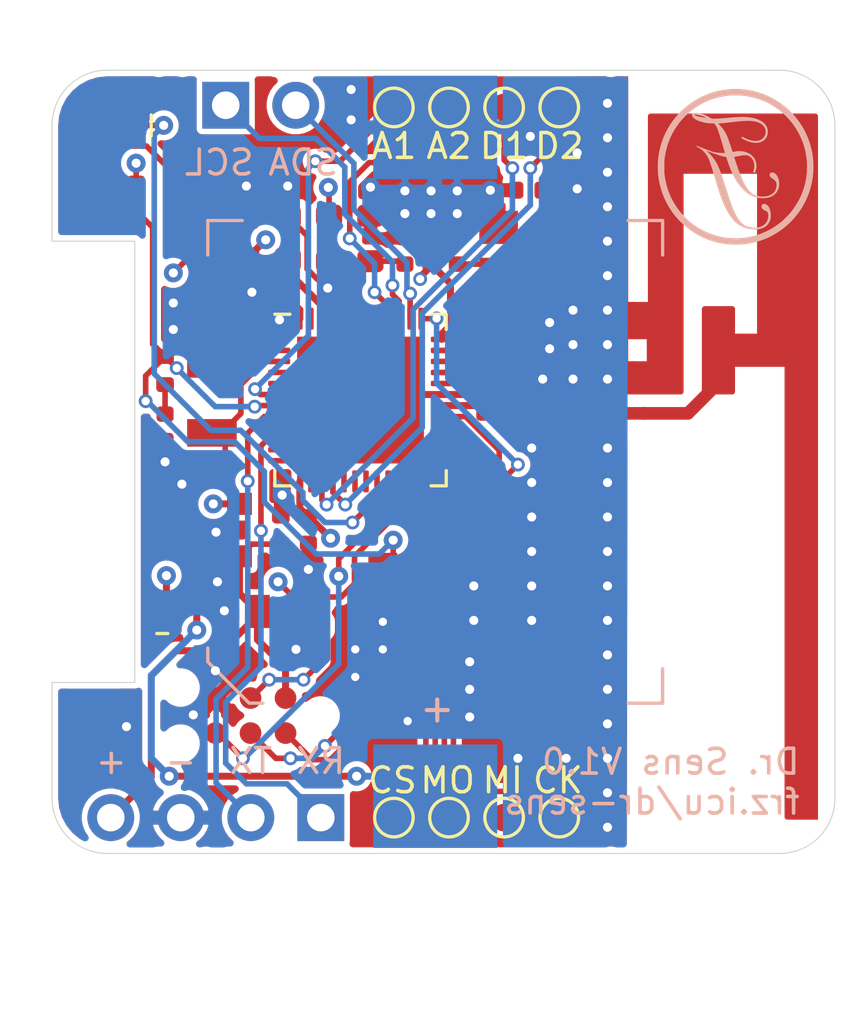
<source format=kicad_pcb>
(kicad_pcb (version 20171130) (host pcbnew "(5.1.8-0-10_14)")
  (layers (0 F.Cu signal) (1 In1.Cu signal) (2 In2.Cu signal) (31 B.Cu signal) (34 B.Paste user) (35 F.Paste user) (36 B.SilkS user) (37 F.SilkS user) (38 B.Mask user) (39 F.Mask user) (44 Edge.Cuts user))
  (net 0 "")
  (net 1 "Net-(AE1-Pad1)")
  (net 2 "Net-(BT1-Pad1)")
  (net 3 GND)
  (net 4 V_SENSE)
  (net 5 "Net-(C2-Pad2)")
  (net 6 "Net-(C3-Pad1)")
  (net 7 VCC)
  (net 8 "Net-(C7-Pad2)")
  (net 9 "Net-(C8-Pad2)")
  (net 10 "Net-(C9-Pad2)")
  (net 11 "Net-(C10-Pad2)")
  (net 12 "Net-(C11-Pad1)")
  (net 13 "Net-(C12-Pad2)")
  (net 14 "Net-(C13-Pad2)")
  (net 15 DISABL_BAT)
  (net 16 SCL)
  (net 17 SDA)
  (net 18 SWDIO)
  (net 19 RESET)
  (net 20 SWDCLK)
  (net 21 SWO)
  (net 22 TX)
  (net 23 RX)
  (net 24 "Net-(U1-Pad4)")
  (net 25 "Net-(U1-Pad5)")
  (net 26 "Net-(U1-Pad11)")
  (net 27 "Net-(U1-Pad12)")
  (net 28 "Net-(U1-Pad14)")
  (net 29 "Net-(U1-Pad22)")
  (net 30 "Net-(U1-Pad23)")
  (net 31 "Net-(U1-Pad44)")
  (net 32 "Net-(U1-Pad47)")
  (net 33 "Net-(U1-Pad42)")
  (net 34 "Net-(U1-Pad9)")
  (net 35 "Net-(TP8-Pad1)")
  (net 36 "Net-(TP7-Pad1)")
  (net 37 LED)
  (net 38 "Net-(TP6-Pad1)")
  (net 39 "Net-(TP5-Pad1)")
  (net 40 "Net-(TP4-Pad1)")
  (net 41 "Net-(TP3-Pad1)")
  (net 42 "Net-(TP2-Pad1)")
  (net 43 "Net-(TP1-Pad1)")
  (net 44 "Net-(D2-Pad2)")
  (net 45 "Net-(U1-Pad41)")
  (net 46 "Net-(U1-Pad19)")
  (net 47 "Net-(U1-Pad18)")
  (net 48 "Net-(U1-Pad17)")
  (net 49 "Net-(J5-Pad1)")
  (net 50 "Net-(L1-Pad2)")
  (net 51 WAKEUP)
  (net 52 "Net-(C15-Pad1)")
  (module Battery:BatteryHolder_MYOUNG_BS-16-B4AK003 (layer B.Cu) (at 170.5 110 90)
    (fp_text reference BT1 hide)
    (fp_text value Battery_Cell)
    (fp_text user + (at -9 0 90) (layer B.SilkS) (effects (justify mirror)))
    (pad 2 smd rect (at 12.125 0 90) (size 3.75 4.5) (layers B.Cu B.Paste B.Mask) (net 3 GND))
    (pad 1 smd rect (at -12.125 0 90) (size 3.75 4.5) (layers B.Cu B.Paste B.Mask) (net 2 "Net-(BT1-Pad1)"))
  )
  (module Connector_PinSocket_2.54mm:PinSocket_1x02_P2.54mm_Vertical (layer F.Cu) (at 162.9 97.07 90)
    (fp_text reference J1 hide)
    (fp_text value I2C-Conn)
    (pad 2 thru_hole oval (at 0 2.54 90) (size 1.7 1.7) (drill 1) (layers *.Cu *.Mask) (net 17 SDA))
    (pad 1 thru_hole rect (at 0 0 90) (size 1.7 1.7) (drill 1) (layers *.Cu *.Mask) (net 16 SCL))
  )
  (module TestPoint:TestPoint_Pad_D1.0mm (layer F.Cu) (at 169 97.15)
    (fp_text reference TP1 hide)
    (fp_text value A1)
    (pad 1 smd circle (at 0 0) (size 1 1) (layers F.Cu F.Mask) (net 43 "Net-(TP1-Pad1)"))
  )
  (module TestPoint:TestPoint_Pad_D1.0mm (layer F.Cu) (at 173 97.15)
    (fp_text reference TP2 hide)
    (fp_text value D1)
    (pad 1 smd circle (at 0 0) (size 1 1) (layers F.Cu F.Mask) (net 42 "Net-(TP2-Pad1)"))
  )
  (module TestPoint:TestPoint_Pad_D1.0mm (layer F.Cu) (at 175 97.15)
    (fp_text reference TP3 hide)
    (fp_text value D2)
    (pad 1 smd circle (at 0 0) (size 1 1) (layers F.Cu F.Mask) (net 41 "Net-(TP3-Pad1)"))
  )
  (module TestPoint:TestPoint_Pad_D1.0mm (layer F.Cu) (at 171 97.15)
    (fp_text reference TP7 hide)
    (fp_text value A2)
    (pad 1 smd circle (at 0 0) (size 1 1) (layers F.Cu F.Mask) (net 36 "Net-(TP7-Pad1)"))
  )
  (module Button_Switch_SMD:SW_SPST_REED_14.2mm (layer F.Cu) (at 158.1 110 90)
    (fp_text reference SW1 hide)
    (fp_text value SW_Reed)
    (pad 2 smd rect (at -9.6 0 90) (size 2.5 1.3) (layers F.Cu F.Paste F.Mask) (net 3 GND))
    (pad 1 smd rect (at 9.6 0 90) (size 2.5 1.3) (layers F.Cu F.Paste F.Mask) (net 51 WAKEUP))
  )
  (module Diode_SMD:D_SOD-123 (layer F.Cu) (at 162.4 115.425)
    (fp_text reference D1 hide)
    (fp_text value D)
    (pad 2 smd rect (at 1.65 0) (size 0.9 1.2) (layers F.Cu F.Paste F.Mask) (net 15 DISABL_BAT))
    (pad 1 smd rect (at -1.65 0) (size 0.9 1.2) (layers F.Cu F.Paste F.Mask) (net 7 VCC))
  )
  (module Crystal:Crystal_SMD_3215-2Pin_3.2x1.5mm (layer F.Cu) (at 162.4 107.7 90)
    (fp_text reference Y1 hide)
    (fp_text value 32.768kHz)
    (pad 2 smd rect (at -1.25 0 90) (size 1 1.8) (layers F.Cu F.Paste F.Mask) (net 6 "Net-(C3-Pad1)"))
    (pad 1 smd rect (at 1.25 0 90) (size 1 1.8) (layers F.Cu F.Paste F.Mask) (net 5 "Net-(C2-Pad2)"))
  )
  (module Crystal:Crystal_SMD_3225-4Pin_3.2x2.5mm (layer F.Cu) (at 173.9 102.35 180)
    (fp_text reference Y2 hide)
    (fp_text value 32MHz)
    (pad 2 smd rect (at -1.1 -0.85 180) (size 1.4 1.2) (layers F.Cu F.Paste F.Mask) (net 3 GND))
    (pad 3 smd rect (at 1.1 -0.85 180) (size 1.4 1.2) (layers F.Cu F.Paste F.Mask) (net 14 "Net-(C13-Pad2)"))
    (pad 2 smd rect (at 1.1 0.85 180) (size 1.4 1.2) (layers F.Cu F.Paste F.Mask) (net 3 GND))
    (pad 1 smd rect (at -1.1 0.85 180) (size 1.4 1.2) (layers F.Cu F.Paste F.Mask) (net 13 "Net-(C12-Pad2)"))
  )
  (module Logos:Logo_5.6mm (layer B.Cu) (at 181.4 99.3 180)
    (fp_text reference G*** hide)
    (fp_text value LOGO hide)
  )
  (module Connector_Coaxial:U.FL_Hirose_U.FL-R-SMT-1_Vertical (layer F.Cu) (at 174.25 118.25 270)
    (fp_text reference J5 hide)
    (fp_text value U.FL)
    (pad 2 smd rect (at 0.475 -1.475 270) (size 2.2 1.05) (layers F.Cu F.Paste F.Mask) (net 3 GND))
    (pad 1 smd rect (at -1.05 0 270) (size 1.05 1) (layers F.Cu F.Paste F.Mask) (net 49 "Net-(J5-Pad1)"))
    (pad 2 smd rect (at 0.475 1.475 270) (size 2.2 1.05) (layers F.Cu F.Paste F.Mask) (net 3 GND))
  )
  (module Connector:Tag-Connect_TC2030-IDC-NL_2x03_P1.27mm_Vertical (layer F.Cu) (at 163.8 119.2 180)
    (fp_text reference J3 hide)
    (fp_text value TC2030)
    (pad 6 connect circle (at 1.27 -0.635 180) (size 0.7874 0.7874) (layers F.Cu F.Mask) (net 21 SWO))
    (pad 5 connect circle (at 1.27 0.635 180) (size 0.7874 0.7874) (layers F.Cu F.Mask) (net 3 GND))
    (pad 4 connect circle (at 0 -0.635 180) (size 0.7874 0.7874) (layers F.Cu F.Mask) (net 20 SWDCLK))
    (pad 3 connect circle (at 0 0.635 180) (size 0.7874 0.7874) (layers F.Cu F.Mask) (net 19 RESET))
    (pad 2 connect circle (at -1.27 -0.635 180) (size 0.7874 0.7874) (layers F.Cu F.Mask) (net 18 SWDIO))
    (pad 1 connect circle (at -1.27 0.635 180) (size 0.7874 0.7874) (layers F.Cu F.Mask) (net 15 DISABL_BAT))
    (pad "" np_thru_hole circle (at -2.54 0 180) (size 0.9906 0.9906) (drill 0.9906) (layers *.Cu *.Mask))
    (pad "" np_thru_hole circle (at 2.54 1.016 180) (size 0.9906 0.9906) (drill 0.9906) (layers *.Cu *.Mask))
    (pad "" np_thru_hole circle (at 2.54 -1.016 180) (size 0.9906 0.9906) (drill 0.9906) (layers *.Cu *.Mask))
  )
  (module Connector_PinHeader_2.54mm:PinHeader_1x04_P2.54mm_Vertical (layer F.Cu) (at 166.35 122.9 270)
    (fp_text reference J2 hide)
    (fp_text value PWR-SERIAL-CONN)
    (pad 4 thru_hole oval (at 0 7.62 270) (size 1.7 1.7) (drill 1) (layers *.Cu *.Mask) (net 15 DISABL_BAT))
    (pad 3 thru_hole oval (at 0 5.08 270) (size 1.7 1.7) (drill 1) (layers *.Cu *.Mask) (net 3 GND))
    (pad 2 thru_hole oval (at 0 2.54 270) (size 1.7 1.7) (drill 1) (layers *.Cu *.Mask) (net 22 TX))
    (pad 1 thru_hole rect (at 0 0 270) (size 1.7 1.7) (drill 1) (layers *.Cu *.Mask) (net 23 RX))
  )
  (module Package_DFN_QFN:QFN-48-1EP_6x6mm_P0.4mm_EP4.6x4.6mm (layer F.Cu) (at 167.79 107.76)
    (fp_text reference U1 hide)
    (fp_text value nRF52832-QFxx)
    (pad 49 smd rect (at 0 0) (size 4.6 4.6) (layers F.Cu F.Mask) (net 3 GND))
    (pad 48 smd roundrect (at -2.2 -2.95) (size 0.2 0.8) (layers F.Cu F.Paste F.Mask) (net 7 VCC))
    (pad 47 smd roundrect (at -1.8 -2.95) (size 0.2 0.8) (layers F.Cu F.Paste F.Mask) (net 32 "Net-(U1-Pad47)"))
    (pad 46 smd roundrect (at -1.4 -2.95) (size 0.2 0.8) (layers F.Cu F.Paste F.Mask) (net 8 "Net-(C7-Pad2)"))
    (pad 45 smd roundrect (at -1 -2.95) (size 0.2 0.8) (layers F.Cu F.Paste F.Mask) (net 3 GND))
    (pad 44 smd roundrect (at -0.6 -2.95) (size 0.2 0.8) (layers F.Cu F.Paste F.Mask) (net 31 "Net-(U1-Pad44)"))
    (pad 43 smd roundrect (at -0.2 -2.95) (size 0.2 0.8) (layers F.Cu F.Paste F.Mask) (net 4 V_SENSE))
    (pad 42 smd roundrect (at 0.2 -2.95) (size 0.2 0.8) (layers F.Cu F.Paste F.Mask) (net 33 "Net-(U1-Pad42)"))
    (pad 41 smd roundrect (at 0.6 -2.95) (size 0.2 0.8) (layers F.Cu F.Paste F.Mask) (net 45 "Net-(U1-Pad41)"))
    (pad 40 smd roundrect (at 1 -2.95) (size 0.2 0.8) (layers F.Cu F.Paste F.Mask) (net 36 "Net-(TP7-Pad1)"))
    (pad 39 smd roundrect (at 1.4 -2.95) (size 0.2 0.8) (layers F.Cu F.Paste F.Mask) (net 16 SCL))
    (pad 38 smd roundrect (at 1.8 -2.95) (size 0.2 0.8) (layers F.Cu F.Paste F.Mask) (net 17 SDA))
    (pad 37 smd roundrect (at 2.2 -2.95) (size 0.2 0.8) (layers F.Cu F.Paste F.Mask) (net 35 "Net-(TP8-Pad1)"))
    (pad 36 smd roundrect (at 2.95 -2.2) (size 0.8 0.2) (layers F.Cu F.Paste F.Mask) (net 7 VCC))
    (pad 35 smd roundrect (at 2.95 -1.8) (size 0.8 0.2) (layers F.Cu F.Paste F.Mask) (net 14 "Net-(C13-Pad2)"))
    (pad 34 smd roundrect (at 2.95 -1.4) (size 0.8 0.2) (layers F.Cu F.Paste F.Mask) (net 13 "Net-(C12-Pad2)"))
    (pad 33 smd roundrect (at 2.95 -1) (size 0.8 0.2) (layers F.Cu F.Paste F.Mask) (net 9 "Net-(C8-Pad2)"))
    (pad 32 smd roundrect (at 2.95 -0.6) (size 0.8 0.2) (layers F.Cu F.Paste F.Mask) (net 10 "Net-(C9-Pad2)"))
    (pad 31 smd roundrect (at 2.95 -0.2) (size 0.8 0.2) (layers F.Cu F.Paste F.Mask) (net 3 GND))
    (pad 30 smd roundrect (at 2.95 0.2) (size 0.8 0.2) (layers F.Cu F.Paste F.Mask) (net 12 "Net-(C11-Pad1)"))
    (pad 29 smd roundrect (at 2.95 0.6) (size 0.8 0.2) (layers F.Cu F.Paste F.Mask) (net 38 "Net-(TP6-Pad1)"))
    (pad 28 smd roundrect (at 2.95 1) (size 0.8 0.2) (layers F.Cu F.Paste F.Mask) (net 39 "Net-(TP5-Pad1)"))
    (pad 27 smd roundrect (at 2.95 1.4) (size 0.8 0.2) (layers F.Cu F.Paste F.Mask) (net 40 "Net-(TP4-Pad1)"))
    (pad 26 smd roundrect (at 2.95 1.8) (size 0.8 0.2) (layers F.Cu F.Paste F.Mask) (net 18 SWDIO))
    (pad 25 smd roundrect (at 2.95 2.2) (size 0.8 0.2) (layers F.Cu F.Paste F.Mask) (net 20 SWDCLK))
    (pad 24 smd roundrect (at 2.2 2.95) (size 0.2 0.8) (layers F.Cu F.Paste F.Mask) (net 19 RESET))
    (pad 23 smd roundrect (at 1.8 2.95) (size 0.2 0.8) (layers F.Cu F.Paste F.Mask) (net 30 "Net-(U1-Pad23)"))
    (pad 22 smd roundrect (at 1.4 2.95) (size 0.2 0.8) (layers F.Cu F.Paste F.Mask) (net 29 "Net-(U1-Pad22)"))
    (pad 21 smd roundrect (at 1 2.95) (size 0.2 0.8) (layers F.Cu F.Paste F.Mask) (net 21 SWO))
    (pad 20 smd roundrect (at 0.6 2.95) (size 0.2 0.8) (layers F.Cu F.Paste F.Mask) (net 37 LED))
    (pad 19 smd roundrect (at 0.2 2.95) (size 0.2 0.8) (layers F.Cu F.Paste F.Mask) (net 46 "Net-(U1-Pad19)"))
    (pad 18 smd roundrect (at -0.2 2.95) (size 0.2 0.8) (layers F.Cu F.Paste F.Mask) (net 47 "Net-(U1-Pad18)"))
    (pad 17 smd roundrect (at -0.6 2.95) (size 0.2 0.8) (layers F.Cu F.Paste F.Mask) (net 48 "Net-(U1-Pad17)"))
    (pad 16 smd roundrect (at -1 2.95) (size 0.2 0.8) (layers F.Cu F.Paste F.Mask) (net 41 "Net-(TP3-Pad1)"))
    (pad 15 smd roundrect (at -1.4 2.95) (size 0.2 0.8) (layers F.Cu F.Paste F.Mask) (net 42 "Net-(TP2-Pad1)"))
    (pad 14 smd roundrect (at -1.8 2.95) (size 0.2 0.8) (layers F.Cu F.Paste F.Mask) (net 28 "Net-(U1-Pad14)"))
    (pad 13 smd roundrect (at -2.2 2.95) (size 0.2 0.8) (layers F.Cu F.Paste F.Mask) (net 7 VCC))
    (pad 12 smd roundrect (at -2.95 2.2) (size 0.8 0.2) (layers F.Cu F.Paste F.Mask) (net 27 "Net-(U1-Pad12)"))
    (pad 11 smd roundrect (at -2.95 1.8) (size 0.8 0.2) (layers F.Cu F.Paste F.Mask) (net 26 "Net-(U1-Pad11)"))
    (pad 10 smd roundrect (at -2.95 1.4) (size 0.8 0.2) (layers F.Cu F.Paste F.Mask) (net 23 RX))
    (pad 9 smd roundrect (at -2.95 1) (size 0.8 0.2) (layers F.Cu F.Paste F.Mask) (net 34 "Net-(U1-Pad9)"))
    (pad 8 smd roundrect (at -2.95 0.6) (size 0.8 0.2) (layers F.Cu F.Paste F.Mask) (net 22 TX))
    (pad 7 smd roundrect (at -2.95 0.2) (size 0.8 0.2) (layers F.Cu F.Paste F.Mask) (net 51 WAKEUP))
    (pad 6 smd roundrect (at -2.95 -0.2) (size 0.8 0.2) (layers F.Cu F.Paste F.Mask) (net 43 "Net-(TP1-Pad1)"))
    (pad 5 smd roundrect (at -2.95 -0.6) (size 0.8 0.2) (layers F.Cu F.Paste F.Mask) (net 25 "Net-(U1-Pad5)"))
    (pad 4 smd roundrect (at -2.95 -1) (size 0.8 0.2) (layers F.Cu F.Paste F.Mask) (net 24 "Net-(U1-Pad4)"))
    (pad 3 smd roundrect (at -2.95 -1.4) (size 0.8 0.2) (layers F.Cu F.Paste F.Mask) (net 6 "Net-(C3-Pad1)"))
    (pad 2 smd roundrect (at -2.95 -1.8) (size 0.8 0.2) (layers F.Cu F.Paste F.Mask) (net 5 "Net-(C2-Pad2)"))
    (pad 1 smd roundrect (at -2.95 -2.2) (size 0.8 0.2) (layers F.Cu F.Paste F.Mask) (net 11 "Net-(C10-Pad2)"))
  )
  (module LED_SMD:LED_0603_1608Metric (layer F.Cu) (at 158.8 97.8 180)
    (fp_text reference D2 hide)
    (fp_text value "LED PINK")
    (pad 2 smd roundrect (at 0.7875 0 180) (size 0.875 0.95) (layers F.Cu F.Paste F.Mask) (net 44 "Net-(D2-Pad2)"))
    (pad 1 smd roundrect (at -0.7875 0 180) (size 0.875 0.95) (layers F.Cu F.Paste F.Mask) (net 37 LED))
  )
  (module TestPoint:TestPoint_Pad_D1.0mm (layer F.Cu) (at 171 122.9)
    (fp_text reference TP5 hide)
    (fp_text value MOSI)
    (pad 1 smd circle (at 0 0) (size 1 1) (layers F.Cu F.Mask) (net 39 "Net-(TP5-Pad1)"))
  )
  (module TestPoint:TestPoint_Pad_D1.0mm (layer F.Cu) (at 173 122.9)
    (fp_text reference TP6 hide)
    (fp_text value MISO)
    (pad 1 smd circle (at 0 0) (size 1 1) (layers F.Cu F.Mask) (net 38 "Net-(TP6-Pad1)"))
  )
  (module TestPoint:TestPoint_Pad_D1.0mm (layer F.Cu) (at 175 122.9)
    (fp_text reference TP8 hide)
    (fp_text value SCK)
    (pad 1 smd circle (at 0 0) (size 1 1) (layers F.Cu F.Mask) (net 35 "Net-(TP8-Pad1)"))
  )
  (module Resistor_SMD:R_0603_1608Metric (layer F.Cu) (at 168.15 101.9 90)
    (fp_text reference R4 hide)
    (fp_text value 10MΩ)
    (pad 2 smd roundrect (at 0.825 0 90) (size 0.8 0.95) (layers F.Cu F.Paste F.Mask) (net 3 GND))
    (pad 1 smd roundrect (at -0.825 0 90) (size 0.8 0.95) (layers F.Cu F.Paste F.Mask) (net 4 V_SENSE))
  )
  (module Resistor_SMD:R_0603_1608Metric (layer F.Cu) (at 166.65 101.9 270)
    (fp_text reference R3 hide)
    (fp_text value 4.7MΩ)
    (pad 2 smd roundrect (at 0.825 0 270) (size 0.8 0.95) (layers F.Cu F.Paste F.Mask) (net 4 V_SENSE))
    (pad 1 smd roundrect (at -0.825 0 270) (size 0.8 0.95) (layers F.Cu F.Paste F.Mask) (net 7 VCC))
  )
  (module Resistor_SMD:R_0402_1005Metric (layer F.Cu) (at 164.9 112.475 90)
    (fp_text reference R2 hide)
    (fp_text value 100kΩ)
    (pad 2 smd roundrect (at 0.51 0 90) (size 0.54 0.64) (layers F.Cu F.Paste F.Mask) (net 3 GND))
    (pad 1 smd roundrect (at -0.51 0 90) (size 0.54 0.64) (layers F.Cu F.Paste F.Mask) (net 15 DISABL_BAT))
  )
  (module Package_TO_SOT_SMD:SOT-23 (layer F.Cu) (at 162.4 112.475 180)
    (fp_text reference Q1 hide)
    (fp_text value AO3401A)
    (pad 3 smd rect (at 1 0 180) (size 0.9 0.8) (layers F.Cu F.Paste F.Mask) (net 2 "Net-(BT1-Pad1)"))
    (pad 2 smd rect (at -1 0.95 180) (size 0.9 0.8) (layers F.Cu F.Paste F.Mask) (net 7 VCC))
    (pad 1 smd rect (at -1 -0.95 180) (size 0.9 0.8) (layers F.Cu F.Paste F.Mask) (net 15 DISABL_BAT))
  )
  (module Inductor_SMD:L_0402_1005Metric (layer F.Cu) (at 173.8 108.24)
    (fp_text reference L1 hide)
    (fp_text value 3.9nH)
    (pad 2 smd roundrect (at 0.485 0) (size 0.59 0.64) (layers F.Cu F.Paste F.Mask) (net 50 "Net-(L1-Pad2)"))
    (pad 1 smd roundrect (at -0.485 0) (size 0.59 0.64) (layers F.Cu F.Paste F.Mask) (net 12 "Net-(C11-Pad1)"))
  )
  (module Capacitor_SMD:C_0402_1005Metric (layer F.Cu) (at 171.3 102.35 270)
    (fp_text reference C13 hide)
    (fp_text value 16pF)
    (pad 2 smd roundrect (at 0.48 0 270) (size 0.56 0.62) (layers F.Cu F.Paste F.Mask) (net 14 "Net-(C13-Pad2)"))
    (pad 1 smd roundrect (at -0.48 0 270) (size 0.56 0.62) (layers F.Cu F.Paste F.Mask) (net 3 GND))
  )
  (module Capacitor_SMD:C_0402_1005Metric (layer F.Cu) (at 173.9 100.15)
    (fp_text reference C12 hide)
    (fp_text value 16pF)
    (pad 2 smd roundrect (at 0.48 0) (size 0.56 0.62) (layers F.Cu F.Paste F.Mask) (net 13 "Net-(C12-Pad2)"))
    (pad 1 smd roundrect (at -0.48 0) (size 0.56 0.62) (layers F.Cu F.Paste F.Mask) (net 3 GND))
  )
  (module Capacitor_SMD:C_0402_1005Metric (layer F.Cu) (at 172.3 107.75 90)
    (fp_text reference C11 hide)
    (fp_text value 0.8pF)
    (pad 2 smd roundrect (at 0.48 0 90) (size 0.56 0.62) (layers F.Cu F.Paste F.Mask) (net 3 GND))
    (pad 1 smd roundrect (at -0.48 0 90) (size 0.56 0.62) (layers F.Cu F.Paste F.Mask) (net 12 "Net-(C11-Pad1)"))
  )
  (module Capacitor_SMD:C_0402_1005Metric (layer F.Cu) (at 162.4 104.24)
    (fp_text reference C10 hide)
    (fp_text value 100nF)
    (pad 2 smd roundrect (at 0.48 0) (size 0.56 0.62) (layers F.Cu F.Paste F.Mask) (net 11 "Net-(C10-Pad2)"))
    (pad 1 smd roundrect (at -0.48 0) (size 0.56 0.62) (layers F.Cu F.Paste F.Mask) (net 3 GND))
  )
  (module Capacitor_SMD:C_0402_1005Metric (layer F.Cu) (at 173.25 105.9 180)
    (fp_text reference C9 hide)
    (fp_text value DNP)
    (pad 2 smd roundrect (at 0.48 0 180) (size 0.56 0.62) (layers F.Cu F.Paste F.Mask) (net 10 "Net-(C9-Pad2)"))
    (pad 1 smd roundrect (at -0.48 0 180) (size 0.56 0.62) (layers F.Cu F.Paste F.Mask) (net 3 GND))
  )
  (module Capacitor_SMD:C_0402_1005Metric (layer F.Cu) (at 173.25 104.95 180)
    (fp_text reference C8 hide)
    (fp_text value 100pF)
    (pad 2 smd roundrect (at 0.48 0 180) (size 0.56 0.62) (layers F.Cu F.Paste F.Mask) (net 9 "Net-(C8-Pad2)"))
    (pad 1 smd roundrect (at -0.48 0 180) (size 0.56 0.62) (layers F.Cu F.Paste F.Mask) (net 3 GND))
  )
  (module Capacitor_SMD:C_0603_1608Metric (layer F.Cu) (at 165.15 101.9 270)
    (fp_text reference C7 hide)
    (fp_text value 1.0µF)
    (pad 2 smd roundrect (at 0.775 0 270) (size 0.9 0.95) (layers F.Cu F.Paste F.Mask) (net 8 "Net-(C7-Pad2)"))
    (pad 1 smd roundrect (at -0.775 0 270) (size 0.9 0.95) (layers F.Cu F.Paste F.Mask) (net 3 GND))
  )
  (module Capacitor_SMD:C_0603_1608Metric (layer F.Cu) (at 163.65 101.9 90)
    (fp_text reference C6 hide)
    (fp_text value 4.7µF)
    (pad 2 smd roundrect (at 0.775 0 90) (size 0.9 0.95) (layers F.Cu F.Paste F.Mask) (net 3 GND))
    (pad 1 smd roundrect (at -0.775 0 90) (size 0.9 0.95) (layers F.Cu F.Paste F.Mask) (net 7 VCC))
  )
  (module Capacitor_SMD:C_0402_1005Metric (layer F.Cu) (at 170.35 102.35 90)
    (fp_text reference C5 hide)
    (fp_text value 100nF)
    (pad 2 smd roundrect (at 0.48 0 90) (size 0.56 0.62) (layers F.Cu F.Paste F.Mask) (net 3 GND))
    (pad 1 smd roundrect (at -0.48 0 90) (size 0.56 0.62) (layers F.Cu F.Paste F.Mask) (net 7 VCC))
  )
  (module Capacitor_SMD:C_0402_1005Metric (layer F.Cu) (at 165.9 112.475 270)
    (fp_text reference C4 hide)
    (fp_text value 100nF)
    (pad 2 smd roundrect (at 0.48 0 270) (size 0.56 0.62) (layers F.Cu F.Paste F.Mask) (net 3 GND))
    (pad 1 smd roundrect (at -0.48 0 270) (size 0.56 0.62) (layers F.Cu F.Paste F.Mask) (net 7 VCC))
  )
  (module Capacitor_SMD:C_0402_1005Metric (layer F.Cu) (at 162.4 110.2 180)
    (fp_text reference C3 hide)
    (fp_text value 16pF)
    (pad 2 smd roundrect (at 0.48 0 180) (size 0.56 0.62) (layers F.Cu F.Paste F.Mask) (net 3 GND))
    (pad 1 smd roundrect (at -0.48 0 180) (size 0.56 0.62) (layers F.Cu F.Paste F.Mask) (net 6 "Net-(C3-Pad1)"))
  )
  (module Capacitor_SMD:C_0402_1005Metric (layer F.Cu) (at 162.4 105.2)
    (fp_text reference C2 hide)
    (fp_text value 16pF)
    (pad 2 smd roundrect (at 0.48 0) (size 0.56 0.62) (layers F.Cu F.Paste F.Mask) (net 5 "Net-(C2-Pad2)"))
    (pad 1 smd roundrect (at -0.48 0) (size 0.56 0.62) (layers F.Cu F.Paste F.Mask) (net 3 GND))
  )
  (module Capacitor_SMD:C_0402_1005Metric (layer F.Cu) (at 169.4 102.35 270)
    (fp_text reference C1 hide)
    (fp_text value 10nF)
    (pad 2 smd roundrect (at 0.48 0 270) (size 0.56 0.62) (layers F.Cu F.Paste F.Mask) (net 4 V_SENSE))
    (pad 1 smd roundrect (at -0.48 0 270) (size 0.56 0.62) (layers F.Cu F.Paste F.Mask) (net 3 GND))
  )
  (module Resistor_SMD:R_0603_1608Metric (layer F.Cu) (at 162.15 101.9 90)
    (fp_text reference R5 hide)
    (fp_text value 1kΩ)
    (pad 2 smd roundrect (at 0.825 0 90) (size 0.8 0.95) (layers F.Cu F.Paste F.Mask) (net 44 "Net-(D2-Pad2)"))
    (pad 1 smd roundrect (at -0.825 0 90) (size 0.8 0.95) (layers F.Cu F.Paste F.Mask) (net 7 VCC))
  )
  (module TestPoint:TestPoint_Pad_D1.0mm (layer F.Cu) (at 169 122.9)
    (fp_text reference TP4 hide)
    (fp_text value CS)
    (pad 1 smd circle (at 0 0) (size 1 1) (layers F.Cu F.Mask) (net 40 "Net-(TP4-Pad1)"))
  )
  (module Capacitor_SMD:C_0402_1005Metric (layer F.Cu) (at 165.9 115.95)
    (fp_text reference C14 hide)
    (fp_text value DNP)
    (pad 2 smd roundrect (at 0.48 0) (size 0.56 0.62) (layers F.Cu F.Paste F.Mask) (net 19 RESET))
    (pad 1 smd roundrect (at -0.48 0) (size 0.56 0.62) (layers F.Cu F.Paste F.Mask) (net 3 GND))
  )
  (module Resistor_SMD:R_0402_1005Metric (layer F.Cu) (at 175.64 108.24 180)
    (fp_text reference R6 hide)
    (fp_text value 0Ω)
    (pad 2 smd roundrect (at 0.51 0 180) (size 0.54 0.64) (layers F.Cu F.Paste F.Mask) (net 50 "Net-(L1-Pad2)"))
    (pad 1 smd roundrect (at -0.51 0 180) (size 0.54 0.64) (layers F.Cu F.Paste F.Mask) (net 1 "Net-(AE1-Pad1)"))
  )
  (module Resistor_SMD:R_0402_1005Metric (layer F.Cu) (at 175.13 108.75 270)
    (fp_text reference R7 hide)
    (fp_text value DNP)
    (pad 2 smd roundrect (at 0.51 0 270) (size 0.54 0.64) (layers F.Cu F.Paste F.Mask) (net 49 "Net-(J5-Pad1)"))
    (pad 1 smd roundrect (at -0.51 0 270) (size 0.54 0.64) (layers F.Cu F.Paste F.Mask) (net 50 "Net-(L1-Pad2)"))
  )
  (module RF_Antenna:Texas_SWRR034C_2.4GHz_Right (layer F.Cu) (at 185 110 270)
    (fp_text reference AE1 hide)
    (fp_text value Antenna_Shield)
    (fp_poly (pts (xy -5.6945 6.68331) (xy -12.5271 6.68331) (xy -12.5271 0.714309) (xy 12.8729 0.714309) (xy 12.8729 1.72523) (xy -3.54566 1.72523) (xy -3.54566 3.72421) (xy -2.5449 3.72421) (xy -2.5449 4.72497) (xy -5.54464 4.72497) (xy -5.54464 3.72421) (xy -4.54643 3.72421) (xy -4.54643 2.72345) (xy -10.5459 2.72345) (xy -10.5459 5.59111) (xy -2.5449 5.59111) (xy -2.5449 6.985) (xy -3.54566 6.985) (xy -3.54566 6.72395) (xy -4.54643 6.72395) (xy -4.54643 6.985) (xy -5.6945 6.985)) (layer F.Cu) (width 0.2032))
    (fp_line (start -1.7575 6.985) (end -1.7575 5.32949) (layer F.Cu) (width 0.4572))
    (fp_line (start -1.7575 5.32949) (end -2.61094 4.47605) (layer F.Cu) (width 0.4572))
    (pad 2 smd rect (at -3.048 7.493 270) (size 1.20396 0.5) (layers F.Cu) (net 3 GND))
    (pad 2 smd rect (at -5.12047 7.239 270) (size 1.35128 0.5) (layers F.Cu) (net 3 GND))
    (pad 1 smd rect (at -1.7575 7.34371 270) (size 0.4572 1) (layers F.Cu) (net 1 "Net-(AE1-Pad1)"))
    (pad 1 smd rect (at -1.7575 7.85171 270) (size 0.4572 0.4572) (layers F.Cu) (net 1 "Net-(AE1-Pad1)"))
    (pad 2 smd rect (at -5.12047 7.493 270) (size 1.35128 0.5) (layers F.Cu) (net 3 GND))
    (pad 2 smd rect (at -3.04528 7.15716 270) (size 1.20396 0.5) (layers F.Cu) (net 3 GND))
  )
  (module Capacitor_SMD:C_0402_1005Metric (layer F.Cu) (at 160.7 108.75 270)
    (fp_text reference C15 hide)
    (fp_text value 100nF)
    (pad 2 smd roundrect (at 0.48 0 270) (size 0.56 0.62) (layers F.Cu F.Paste F.Mask) (net 3 GND))
    (pad 1 smd roundrect (at -0.48 0 270) (size 0.56 0.62) (layers F.Cu F.Paste F.Mask) (net 52 "Net-(C15-Pad1)"))
  )
  (module Resistor_SMD:R_0402_1005Metric (layer F.Cu) (at 159.65 100.4 90)
    (fp_text reference R8 hide)
    (fp_text value 1MΩ)
    (pad 2 smd roundrect (at 0.51 0 90) (size 0.54 0.64) (layers F.Cu F.Paste F.Mask) (net 7 VCC))
    (pad 1 smd roundrect (at -0.51 0 90) (size 0.54 0.64) (layers F.Cu F.Paste F.Mask) (net 51 WAKEUP))
  )
  (module Resistor_SMD:R_0402_1005Metric (layer F.Cu) (at 160.7 106.69 90)
    (fp_text reference R9 hide)
    (fp_text value 1kΩ)
    (pad 2 smd roundrect (at 0.51 0 90) (size 0.54 0.64) (layers F.Cu F.Paste F.Mask) (net 51 WAKEUP))
    (pad 1 smd roundrect (at -0.51 0 90) (size 0.54 0.64) (layers F.Cu F.Paste F.Mask) (net 52 "Net-(C15-Pad1)"))
  )
  (module Button_Switch_SMD:SW_DIP_SPSTx01_Push_TSA343G00-250J2 (layer F.Cu) (at 170.8 114.3 180)
    (fp_text reference SW2 hide)
    (fp_text value SW_SPST)
    (pad 1 smd rect (at 2.2 0 180) (size 1.05 2) (layers F.Cu F.Paste F.Mask) (net 51 WAKEUP))
    (pad 2 smd rect (at -2.2 0) (size 1.05 2) (layers F.Cu F.Paste F.Mask) (net 3 GND))
  )
  (module Resistor_SMD:R_0402_1005Metric (layer F.Cu) (at 165.9 114.95 180)
    (fp_text reference R1 hide)
    (fp_text value 10kΩ)
    (pad 1 smd roundrect (at -0.51 0 180) (size 0.54 0.64) (layers F.Cu F.Paste F.Mask) (net 19 RESET))
    (pad 2 smd roundrect (at 0.51 0 180) (size 0.54 0.64) (layers F.Cu F.Paste F.Mask) (net 7 VCC))
  )
  (gr_line (start 159.1 95.8) (end 158.6 95.8) (layer Edge.Cuts) (width 0.0381))
  (gr_line (start 159.1 95.8) (end 182.5 95.8) (layer Edge.Cuts) (width 0.0381))
  (gr_line (start 182.5 95.8) (end 183 95.8) (layer Edge.Cuts) (width 0.0381))
  (gr_line (start 182.5 124.2) (end 183 124.2) (layer Edge.Cuts) (width 0.0381))
  (gr_line (start 159.1 124.2) (end 182.5 124.2) (layer Edge.Cuts) (width 0.0381))
  (gr_line (start 159.1 124.2) (end 158.6 124.2) (layer Edge.Cuts) (width 0.0381))
  (gr_text "Dr. Sens V1.0 \nfrz.icu/dr-sens" (at 183.8 121.6) (layer B.SilkS) (effects (font (size 0.9 0.9) (thickness 0.13)) (justify left mirror)))
  (gr_text - (at 161.27 120.85) (layer B.SilkS) (effects (font (size 0.9 0.9) (thickness 0.13)) (justify mirror)))
  (gr_text + (at 158.75 120.85) (layer B.SilkS) (effects (font (size 0.9 0.9) (thickness 0.13)) (justify mirror)))
  (gr_text TX (at 163.81 120.85) (layer B.SilkS) (effects (font (size 0.9 0.9) (thickness 0.13)) (justify mirror)))
  (gr_text RX (at 166.35 120.85) (layer B.SilkS) (effects (font (size 0.9 0.9) (thickness 0.13)) (justify mirror)))
  (gr_text SDA (at 165.715 99.15) (layer B.SilkS) (effects (font (size 0.9 0.9) (thickness 0.13)) (justify mirror)))
  (gr_text SCL (at 162.667 99.15) (layer B.SilkS) (effects (font (size 0.9 0.9) (thickness 0.13)) (justify mirror)))
  (gr_text CS (at 168.95 121.55) (layer F.SilkS) (effects (font (size 0.9 0.9) (thickness 0.13))))
  (gr_text MO (at 170.95 121.55) (layer F.SilkS) (effects (font (size 0.9 0.9) (thickness 0.13))))
  (gr_text MI (at 172.95 121.55) (layer F.SilkS) (effects (font (size 0.9 0.9) (thickness 0.13))))
  (gr_text CK (at 174.95 121.55) (layer F.SilkS) (effects (font (size 0.9 0.9) (thickness 0.13))))
  (gr_text A1 (at 169 98.55) (layer F.SilkS) (effects (font (size 0.9 0.9) (thickness 0.13))))
  (gr_text A2 (at 171 98.55) (layer F.SilkS) (effects (font (size 0.9 0.9) (thickness 0.13))))
  (gr_text D1 (at 173 98.55) (layer F.SilkS) (effects (font (size 0.9 0.9) (thickness 0.13))))
  (gr_text D2 (at 175 98.55) (layer F.SilkS) (effects (font (size 0.9 0.9) (thickness 0.13))))
  (gr_arc (start 158.6 97.8) (end 158.6 95.8) (angle -90) (layer Edge.Cuts) (width 0.0381))
  (gr_arc (start 158.6 122.2) (end 156.6 122.2) (angle -90) (layer Edge.Cuts) (width 0.0381))
  (gr_arc (start 183 122.2) (end 183 124.2) (angle -90) (layer Edge.Cuts) (width 0.0381))
  (gr_arc (start 183 97.8) (end 185 97.8) (angle -90) (layer Edge.Cuts) (width 0.0381))
  (gr_line (start 156.6 102) (end 156.6 97.8) (layer Edge.Cuts) (width 0.0381))
  (gr_line (start 159.6 102) (end 156.6 102) (layer Edge.Cuts) (width 0.0381))
  (gr_line (start 159.6 118) (end 159.6 102) (layer Edge.Cuts) (width 0.0381))
  (gr_line (start 156.6 118) (end 159.6 118) (layer Edge.Cuts) (width 0.0381))
  (gr_line (start 156.6 122.2) (end 156.6 118) (layer Edge.Cuts) (width 0.0381))
  (gr_line (start 185 97.8) (end 185 122.2) (layer Edge.Cuts) (width 0.0381))
  (segment (start 177.14829 108.2425) (end 177.512705 108.2425) (width 0.29337) (layer F.Cu) (net 1))
  (segment (start 177.14579 108.24) (end 177.14829 108.2425) (width 0.29337) (layer F.Cu) (net 1))
  (segment (start 176.15 108.24) (end 177.14579 108.24) (width 0.29337) (layer F.Cu) (net 1))
  (segment (start 161.4 112.475) (end 161.4 113.25) (width 0.254) (layer F.Cu) (net 2))
  (via (at 161.85 116.1) (size 0.6858) (drill 0.3302) (layers F.Cu B.Cu) (net 2))
  (segment (start 161.85 113.7) (end 161.85 116.1) (width 0.254) (layer F.Cu) (net 2))
  (segment (start 161.4 113.25) (end 161.85 113.7) (width 0.254) (layer F.Cu) (net 2))
  (segment (start 161.85 116.1) (end 160.2 117.75) (width 0.254) (layer B.Cu) (net 2))
  (via (at 160.85 121.4) (size 0.6858) (drill 0.3302) (layers F.Cu B.Cu) (net 2))
  (segment (start 160.2 120.75) (end 160.85 121.4) (width 0.254) (layer B.Cu) (net 2))
  (segment (start 160.2 117.75) (end 160.2 120.75) (width 0.254) (layer B.Cu) (net 2))
  (via (at 167.65 121.4) (size 0.6858) (drill 0.3302) (layers F.Cu B.Cu) (net 2))
  (segment (start 169.475 122.125) (end 170.5 122.125) (width 0.254) (layer B.Cu) (net 2))
  (segment (start 168.75 121.4) (end 169.475 122.125) (width 0.254) (layer B.Cu) (net 2))
  (segment (start 167.65 121.4) (end 168.75 121.4) (width 0.254) (layer B.Cu) (net 2))
  (segment (start 160.85 121.4) (end 167.65 121.4) (width 0.254) (layer F.Cu) (net 2))
  (via (at 162.85 115.4) (size 0.6858) (drill 0.3302) (layers F.Cu B.Cu) (net 3))
  (via (at 162.6 114.35) (size 0.6858) (drill 0.3302) (layers F.Cu B.Cu) (net 3))
  (via (at 162.55 112.55) (size 0.6858) (drill 0.3302) (layers F.Cu B.Cu) (net 3))
  (via (at 175.5 104.5) (size 0.6858) (drill 0.3302) (layers F.Cu B.Cu) (net 3))
  (segment (start 175.2 104.4) (end 175.45 104.4) (width 0.2032) (layer F.Cu) (net 3))
  (segment (start 175 104.2) (end 175.2 104.4) (width 0.2032) (layer F.Cu) (net 3))
  (segment (start 175 103.2) (end 175 104.2) (width 0.2032) (layer F.Cu) (net 3))
  (via (at 174.4 107) (size 0.6858) (drill 0.3302) (layers F.Cu B.Cu) (net 3))
  (via (at 175.65 100.1) (size 0.6858) (drill 0.3302) (layers F.Cu B.Cu) (net 3))
  (via (at 175.65 98.8) (size 0.6858) (drill 0.3302) (layers F.Cu B.Cu) (net 3))
  (via (at 173.95 98.2) (size 0.6858) (drill 0.3302) (layers F.Cu B.Cu) (net 3))
  (via (at 167.45 96.5) (size 0.6858) (drill 0.3302) (layers F.Cu B.Cu) (net 3))
  (via (at 167.45 97.6) (size 0.6858) (drill 0.3302) (layers F.Cu B.Cu) (net 3))
  (via (at 161.725 119.175) (size 0.6858) (drill 0.3302) (layers F.Cu B.Cu) (net 3))
  (via (at 176.75 110.75) (size 0.6858) (drill 0.3302) (layers F.Cu B.Cu) (net 3))
  (via (at 176.75 112) (size 0.6858) (drill 0.3302) (layers F.Cu B.Cu) (net 3))
  (via (at 176.75 113.25) (size 0.6858) (drill 0.3302) (layers F.Cu B.Cu) (net 3))
  (via (at 176.75 114.5) (size 0.6858) (drill 0.3302) (layers F.Cu B.Cu) (net 3))
  (via (at 176.75 118.25) (size 0.6858) (drill 0.3302) (layers F.Cu B.Cu) (net 3))
  (via (at 176.75 119.5) (size 0.6858) (drill 0.3302) (layers F.Cu B.Cu) (net 3))
  (via (at 176.75 120.75) (size 0.6858) (drill 0.3302) (layers F.Cu B.Cu) (net 3))
  (via (at 176.75 122) (size 0.6858) (drill 0.3302) (layers F.Cu B.Cu) (net 3))
  (via (at 176.75 123.25) (size 0.6858) (drill 0.3302) (layers F.Cu B.Cu) (net 3))
  (via (at 174 109.5) (size 0.6858) (drill 0.3302) (layers F.Cu B.Cu) (net 3))
  (via (at 174 110.75) (size 0.6858) (drill 0.3302) (layers F.Cu B.Cu) (net 3))
  (via (at 174 112) (size 0.6858) (drill 0.3302) (layers F.Cu B.Cu) (net 3))
  (via (at 174 113.25) (size 0.6858) (drill 0.3302) (layers F.Cu B.Cu) (net 3))
  (via (at 174 114.5) (size 0.6858) (drill 0.3302) (layers F.Cu B.Cu) (net 3))
  (via (at 171.75 117.25) (size 0.6858) (drill 0.3302) (layers F.Cu B.Cu) (net 3))
  (via (at 171.75 118.25) (size 0.6858) (drill 0.3302) (layers F.Cu B.Cu) (net 3))
  (via (at 171.75 119.25) (size 0.6858) (drill 0.3302) (layers F.Cu B.Cu) (net 3))
  (via (at 164.85 104.85) (size 0.6858) (drill 0.3302) (layers F.Cu B.Cu) (net 3))
  (via (at 163.85 103.85) (size 0.6858) (drill 0.3302) (layers F.Cu B.Cu) (net 3))
  (via (at 173.5 120.75) (size 0.6858) (drill 0.3302) (layers F.Cu B.Cu) (net 3))
  (via (at 175.25 120.75) (size 0.6858) (drill 0.3302) (layers F.Cu B.Cu) (net 3))
  (via (at 171.9 115.75) (size 0.6858) (drill 0.3302) (layers F.Cu B.Cu) (net 3))
  (via (at 171.9 114.5) (size 0.6858) (drill 0.3302) (layers F.Cu B.Cu) (net 3))
  (via (at 176.75 115.75) (size 0.6858) (drill 0.3302) (layers F.Cu B.Cu) (net 3))
  (via (at 176.75 117) (size 0.6858) (drill 0.3302) (layers F.Cu B.Cu) (net 3))
  (via (at 174 115.75) (size 0.6858) (drill 0.3302) (layers F.Cu B.Cu) (net 3))
  (via (at 176.75 100.75) (size 0.6858) (drill 0.3302) (layers F.Cu B.Cu) (net 3))
  (via (at 176.75 99.5) (size 0.6858) (drill 0.3302) (layers F.Cu B.Cu) (net 3))
  (via (at 176.75 98.25) (size 0.6858) (drill 0.3302) (layers F.Cu B.Cu) (net 3))
  (via (at 176.75 97) (size 0.6858) (drill 0.3302) (layers F.Cu B.Cu) (net 3))
  (via (at 176.75 107) (size 0.6858) (drill 0.3302) (layers F.Cu B.Cu) (net 3))
  (via (at 176.75 105.75) (size 0.6858) (drill 0.3302) (layers F.Cu B.Cu) (net 3))
  (via (at 176.75 104.5) (size 0.6858) (drill 0.3302) (layers F.Cu B.Cu) (net 3))
  (via (at 176.75 103.25) (size 0.6858) (drill 0.3302) (layers F.Cu B.Cu) (net 3))
  (via (at 176.75 102) (size 0.6858) (drill 0.3302) (layers F.Cu B.Cu) (net 3))
  (via (at 176.75 109.5) (size 0.6858) (drill 0.3302) (layers F.Cu B.Cu) (net 3))
  (via (at 175.5 105.75) (size 0.6858) (drill 0.3302) (layers F.Cu B.Cu) (net 3))
  (via (at 175.5 107) (size 0.6858) (drill 0.3302) (layers F.Cu B.Cu) (net 3))
  (via (at 166.6 103.7) (size 0.6858) (drill 0.3302) (layers F.Cu B.Cu) (net 3))
  (via (at 171.3 101) (size 0.6858) (drill 0.3302) (layers F.Cu B.Cu) (net 3))
  (segment (start 171.3 101.87) (end 171.3 101) (width 0.2032) (layer F.Cu) (net 3))
  (via (at 170.35 101) (size 0.6858) (drill 0.3302) (layers F.Cu B.Cu) (net 3))
  (segment (start 170.35 101.87) (end 170.35 101) (width 0.2032) (layer F.Cu) (net 3))
  (via (at 169.4 101) (size 0.6858) (drill 0.3302) (layers F.Cu B.Cu) (net 3))
  (segment (start 169.4 101.87) (end 169.4 101) (width 0.2032) (layer F.Cu) (net 3))
  (via (at 163.65 100) (size 0.6858) (drill 0.3302) (layers F.Cu B.Cu) (net 3))
  (segment (start 163.65 101.125) (end 163.65 100) (width 0.2032) (layer F.Cu) (net 3))
  (segment (start 173.73 104.95) (end 174.45 104.95) (width 0.2032) (layer F.Cu) (net 3))
  (via (at 174.65 104.95) (size 0.6858) (drill 0.3302) (layers F.Cu B.Cu) (net 3))
  (segment (start 174.45 104.95) (end 174.65 104.95) (width 0.2032) (layer F.Cu) (net 3))
  (via (at 174.65 105.9) (size 0.6858) (drill 0.3302) (layers F.Cu B.Cu) (net 3))
  (segment (start 173.73 105.9) (end 174.65 105.9) (width 0.2032) (layer F.Cu) (net 3))
  (segment (start 166.55 103.7) (end 166.6 103.7) (width 0.2032) (layer F.Cu) (net 3))
  (segment (start 166.197462 103.35361) (end 166.20361 103.35361) (width 0.2032) (layer F.Cu) (net 3))
  (segment (start 165.94639 103.102538) (end 166.197462 103.35361) (width 0.2032) (layer F.Cu) (net 3))
  (segment (start 166.20361 103.35361) (end 166.55 103.7) (width 0.2032) (layer F.Cu) (net 3))
  (segment (start 165.15 101.125) (end 165.175 101.125) (width 0.2032) (layer F.Cu) (net 3))
  (segment (start 165.94639 103.09639) (end 165.94639 103.102538) (width 0.2032) (layer F.Cu) (net 3))
  (segment (start 165.85361 103.00361) (end 165.94639 103.09639) (width 0.2032) (layer F.Cu) (net 3))
  (segment (start 165.85361 101.80361) (end 165.85361 103.00361) (width 0.2032) (layer F.Cu) (net 3))
  (segment (start 165.175 101.125) (end 165.85361 101.80361) (width 0.2032) (layer F.Cu) (net 3))
  (segment (start 166.79 106.76) (end 167.79 107.76) (width 0.254) (layer F.Cu) (net 3))
  (segment (start 166.79 104.81) (end 166.79 106.76) (width 0.254) (layer F.Cu) (net 3))
  (segment (start 166.79 103.89) (end 166.6 103.7) (width 0.254) (layer F.Cu) (net 3))
  (segment (start 166.79 104.81) (end 166.79 103.89) (width 0.254) (layer F.Cu) (net 3))
  (segment (start 172.01 107.56) (end 172.3 107.27) (width 0.254) (layer F.Cu) (net 3))
  (segment (start 170.74 107.56) (end 172.01 107.56) (width 0.254) (layer F.Cu) (net 3))
  (segment (start 167.99 107.56) (end 167.79 107.76) (width 0.254) (layer F.Cu) (net 3))
  (segment (start 170.74 107.56) (end 167.99 107.56) (width 0.254) (layer F.Cu) (net 3))
  (segment (start 167.79 107.76) (end 166.86 107.76) (width 0.2032) (layer F.Cu) (net 3))
  (via (at 160.999742 105.200428) (size 0.6858) (drill 0.3302) (layers F.Cu B.Cu) (net 3))
  (segment (start 161.92 105.2) (end 161.00017 105.2) (width 0.2032) (layer F.Cu) (net 3))
  (via (at 172.5 100.15) (size 0.6858) (drill 0.3302) (layers F.Cu B.Cu) (net 3))
  (segment (start 173.42 100.15) (end 172.5 100.15) (width 0.2032) (layer F.Cu) (net 3))
  (via (at 169.4 100.175) (size 0.6858) (drill 0.3302) (layers F.Cu B.Cu) (net 3))
  (segment (start 169.4 99.45) (end 169.4 100.175) (width 0.254) (layer B.Cu) (net 3))
  (segment (start 170.5 98.35) (end 169.4 99.45) (width 0.254) (layer B.Cu) (net 3))
  (segment (start 170.5 97.875) (end 170.5 98.35) (width 0.254) (layer B.Cu) (net 3))
  (via (at 170.35 100.175) (size 0.6858) (drill 0.3302) (layers F.Cu B.Cu) (net 3))
  (segment (start 170.35 99.35) (end 170.35 100.175) (width 0.254) (layer B.Cu) (net 3))
  (segment (start 170.4 99.3) (end 170.35 99.35) (width 0.254) (layer B.Cu) (net 3))
  (segment (start 170.5 97.875) (end 170.525 97.875) (width 0.254) (layer B.Cu) (net 3))
  (via (at 171.3 100.175) (size 0.6858) (drill 0.3302) (layers F.Cu B.Cu) (net 3))
  (segment (start 171.3 98.65) (end 171.3 100.175) (width 0.254) (layer B.Cu) (net 3))
  (segment (start 170.525 97.875) (end 171.3 98.65) (width 0.254) (layer B.Cu) (net 3))
  (via (at 168.15 100.039992) (size 0.6858) (drill 0.3302) (layers F.Cu B.Cu) (net 3))
  (segment (start 168.15 101.075) (end 168.15 100.039992) (width 0.2032) (layer F.Cu) (net 3))
  (segment (start 158.4 120) (end 158 119.6) (width 0.254) (layer F.Cu) (net 3))
  (via (at 161 104.24) (size 0.6858) (drill 0.3302) (layers F.Cu B.Cu) (net 3))
  (segment (start 161.92 104.24) (end 161 104.24) (width 0.2032) (layer F.Cu) (net 3))
  (via (at 162.525 117.575) (size 0.6858) (drill 0.3302) (layers F.Cu B.Cu) (net 3))
  (segment (start 162.53 117.58) (end 162.525 117.575) (width 0.254) (layer F.Cu) (net 3))
  (via (at 159.3 119.6) (size 0.6858) (drill 0.3302) (layers F.Cu B.Cu) (net 3))
  (segment (start 158.1 119.6) (end 159.3 119.6) (width 0.254) (layer F.Cu) (net 3))
  (segment (start 164.9 111.252697) (end 164.9469 111.205797) (width 0.2032) (layer F.Cu) (net 3))
  (via (at 164.9469 111.205797) (size 0.6858) (drill 0.3302) (layers F.Cu B.Cu) (net 3))
  (segment (start 164.9 111.965) (end 164.9 111.252697) (width 0.2032) (layer F.Cu) (net 3))
  (segment (start 165.15 101.125) (end 165.15 100) (width 0.2032) (layer F.Cu) (net 3))
  (via (at 165.15 100) (size 0.6858) (drill 0.3302) (layers F.Cu B.Cu) (net 3))
  (via (at 167.6 116.8) (size 0.5) (drill 0.3) (layers F.Cu B.Cu) (net 3))
  (via (at 167.6 117.8) (size 0.5) (drill 0.3) (layers F.Cu B.Cu) (net 3))
  (via (at 168.6 115.8) (size 0.5) (drill 0.3) (layers F.Cu B.Cu) (net 3))
  (via (at 168.6 116.8) (size 0.5) (drill 0.3) (layers F.Cu B.Cu) (net 3))
  (via (at 169.5 119.4) (size 0.5) (drill 0.3) (layers F.Cu B.Cu) (net 3))
  (via (at 165.45 116.8) (size 0.6858) (drill 0.3302) (layers F.Cu B.Cu) (net 3))
  (segment (start 165.42 116.77) (end 165.45 116.8) (width 0.2032) (layer F.Cu) (net 3))
  (segment (start 165.42 115.95) (end 165.42 116.77) (width 0.2032) (layer F.Cu) (net 3))
  (segment (start 165.9 113.899996) (end 165.900004 113.9) (width 0.2032) (layer F.Cu) (net 3))
  (segment (start 165.9 112.955) (end 165.9 113.899996) (width 0.2032) (layer F.Cu) (net 3))
  (via (at 165.900004 113.9) (size 0.6858) (drill 0.3302) (layers F.Cu B.Cu) (net 3))
  (via (at 160.7 110.000004) (size 0.6858) (drill 0.3302) (layers F.Cu B.Cu) (net 3))
  (segment (start 160.7 109.23) (end 160.7 110.000004) (width 0.2032) (layer F.Cu) (net 3))
  (segment (start 161.92 110.2) (end 161.31 110.81) (width 0.2032) (layer F.Cu) (net 3))
  (via (at 161.31 110.81) (size 0.6858) (drill 0.3302) (layers F.Cu B.Cu) (net 3))
  (segment (start 168.255 102.83) (end 168.15 102.725) (width 0.2032) (layer F.Cu) (net 4))
  (segment (start 166.65 102.725) (end 168.15 102.725) (width 0.2032) (layer F.Cu) (net 4))
  (segment (start 169.295 102.725) (end 169.4 102.83) (width 0.2032) (layer F.Cu) (net 4))
  (segment (start 168.15 102.725) (end 169.295 102.725) (width 0.2032) (layer F.Cu) (net 4))
  (segment (start 167.59 104.41) (end 167.59 104.81) (width 0.2032) (layer F.Cu) (net 4))
  (segment (start 167.59 103.21) (end 167.59 104.41) (width 0.2032) (layer F.Cu) (net 4))
  (segment (start 168.075 102.725) (end 167.59 103.21) (width 0.2032) (layer F.Cu) (net 4))
  (segment (start 168.15 102.725) (end 168.075 102.725) (width 0.2032) (layer F.Cu) (net 4))
  (segment (start 162.88 105.2) (end 162.88 105.97) (width 0.2032) (layer F.Cu) (net 5))
  (segment (start 162.89 105.96) (end 162.4 106.45) (width 0.2032) (layer F.Cu) (net 5))
  (segment (start 164.19 105.96) (end 164.84 105.96) (width 0.2032) (layer F.Cu) (net 5))
  (segment (start 163.7 106.45) (end 164.19 105.96) (width 0.2032) (layer F.Cu) (net 5))
  (segment (start 162.4 106.45) (end 163.7 106.45) (width 0.2032) (layer F.Cu) (net 5))
  (segment (start 162.88 110.2) (end 162.88 109.43) (width 0.2032) (layer F.Cu) (net 6))
  (segment (start 162.75 108.95) (end 162.4 108.95) (width 0.2032) (layer F.Cu) (net 6))
  (segment (start 163.45 108.25) (end 162.75 108.95) (width 0.2032) (layer F.Cu) (net 6))
  (segment (start 164.29 106.36) (end 163.45 107.2) (width 0.2032) (layer F.Cu) (net 6))
  (segment (start 163.45 107.2) (end 163.45 108.25) (width 0.2032) (layer F.Cu) (net 6))
  (segment (start 164.84 106.36) (end 164.29 106.36) (width 0.2032) (layer F.Cu) (net 6))
  (segment (start 170.35 102.83) (end 170.38 102.83) (width 0.2032) (layer F.Cu) (net 7))
  (via (at 164.35 101.95) (size 0.6858) (drill 0.3302) (layers F.Cu B.Cu) (net 7))
  (segment (start 163.65 102.65) (end 164.35 101.95) (width 0.254) (layer F.Cu) (net 7))
  (segment (start 163.65 102.675) (end 163.65 102.65) (width 0.254) (layer F.Cu) (net 7))
  (segment (start 163.775 102.675) (end 163.65 102.675) (width 0.254) (layer F.Cu) (net 7))
  (segment (start 165.59 104.49) (end 163.775 102.675) (width 0.254) (layer F.Cu) (net 7))
  (segment (start 165.59 104.81) (end 165.59 104.49) (width 0.254) (layer F.Cu) (net 7))
  (via (at 169.954049 103.373411) (size 0.5) (drill 0.3) (layers F.Cu B.Cu) (net 7))
  (segment (start 170.35 102.904049) (end 169.954049 103.3) (width 0.254) (layer F.Cu) (net 7))
  (segment (start 165.59 111.685) (end 165.59 110.71) (width 0.254) (layer F.Cu) (net 7))
  (segment (start 165.9 111.995) (end 165.59 111.685) (width 0.254) (layer F.Cu) (net 7))
  (via (at 160.75 114.125) (size 0.6858) (drill 0.3302) (layers F.Cu B.Cu) (net 7))
  (segment (start 160.75 115.425) (end 160.75 114.125) (width 0.254) (layer F.Cu) (net 7))
  (via (at 162.45 111.525) (size 0.6858) (drill 0.3302) (layers F.Cu B.Cu) (net 7))
  (segment (start 163.4 111.525) (end 162.45 111.525) (width 0.254) (layer F.Cu) (net 7))
  (via (at 166.622977 100.05) (size 0.6858) (drill 0.3302) (layers F.Cu B.Cu) (net 7))
  (segment (start 166.65 101.075) (end 166.65 100.077023) (width 0.2032) (layer F.Cu) (net 7))
  (segment (start 166.65 100.077023) (end 166.622977 100.05) (width 0.2032) (layer F.Cu) (net 7))
  (via (at 161 103.15) (size 0.6858) (drill 0.3302) (layers F.Cu B.Cu) (net 7))
  (segment (start 162.15 102.725) (end 161.425 102.725) (width 0.2032) (layer F.Cu) (net 7))
  (segment (start 161.425 102.725) (end 161 103.15) (width 0.2032) (layer F.Cu) (net 7))
  (segment (start 171.054009 103.534009) (end 170.35 102.83) (width 0.254) (layer F.Cu) (net 7))
  (segment (start 171.054009 105.045991) (end 171.054009 103.534009) (width 0.254) (layer F.Cu) (net 7))
  (segment (start 170.74 105.36) (end 171.054009 105.045991) (width 0.254) (layer F.Cu) (net 7))
  (segment (start 170.74 105.56) (end 170.74 105.36) (width 0.254) (layer F.Cu) (net 7))
  (via (at 164.8 114.35) (size 0.6858) (drill 0.3302) (layers F.Cu B.Cu) (net 7))
  (segment (start 165.4 114.95) (end 164.8 114.35) (width 0.2032) (layer F.Cu) (net 7))
  (segment (start 165.415 114.95) (end 165.4 114.95) (width 0.2032) (layer F.Cu) (net 7))
  (via (at 159.65 99.171496) (size 0.6858) (drill 0.3302) (layers F.Cu B.Cu) (net 7))
  (segment (start 159.65 99.89) (end 159.65 99.171496) (width 0.2032) (layer F.Cu) (net 7))
  (segment (start 165.9 111.995) (end 165.928131 111.995) (width 0.254) (layer F.Cu) (net 7))
  (segment (start 165.928131 111.995) (end 166.704641 112.77151) (width 0.254) (layer F.Cu) (net 7))
  (via (at 166.704641 112.77151) (size 0.6858) (drill 0.3302) (layers F.Cu B.Cu) (net 7))
  (segment (start 166.39 104.34) (end 166.39 104.81) (width 0.254) (layer F.Cu) (net 8))
  (segment (start 165.285439 103.235439) (end 166.39 104.34) (width 0.254) (layer F.Cu) (net 8))
  (segment (start 165.285439 102.810439) (end 165.285439 103.235439) (width 0.254) (layer F.Cu) (net 8))
  (segment (start 165.15 102.675) (end 165.285439 102.810439) (width 0.254) (layer F.Cu) (net 8))
  (segment (start 170.74 106.76) (end 171.443014 106.76) (width 0.2032) (layer F.Cu) (net 9))
  (segment (start 171.443014 106.76) (end 172.15 106.053014) (width 0.2032) (layer F.Cu) (net 9))
  (segment (start 172.15 105.57) (end 172.77 104.95) (width 0.2032) (layer F.Cu) (net 9))
  (segment (start 172.15 106.053014) (end 172.15 105.57) (width 0.2032) (layer F.Cu) (net 9))
  (segment (start 171.51 107.16) (end 172.77 105.9) (width 0.2032) (layer F.Cu) (net 10))
  (segment (start 170.74 107.16) (end 171.51 107.16) (width 0.2032) (layer F.Cu) (net 10))
  (segment (start 163.6 104.96) (end 162.88 104.24) (width 0.2032) (layer F.Cu) (net 11))
  (segment (start 164.2 105.56) (end 163.6 104.96) (width 0.2032) (layer F.Cu) (net 11))
  (segment (start 164.84 105.56) (end 164.2 105.56) (width 0.2032) (layer F.Cu) (net 11))
  (segment (start 173.305 108.23) (end 173.315 108.24) (width 0.29337) (layer F.Cu) (net 12))
  (segment (start 172.3 108.23) (end 173.305 108.23) (width 0.29337) (layer F.Cu) (net 12))
  (segment (start 172.03 107.96) (end 172.3 108.23) (width 0.254) (layer F.Cu) (net 12))
  (segment (start 170.74 107.96) (end 172.03 107.96) (width 0.254) (layer F.Cu) (net 12))
  (segment (start 174.38 100.88) (end 175 101.5) (width 0.2032) (layer F.Cu) (net 13))
  (segment (start 174.38 100.15) (end 174.38 100.88) (width 0.2032) (layer F.Cu) (net 13))
  (segment (start 173.9 102.5) (end 174.9 101.5) (width 0.2032) (layer F.Cu) (net 13))
  (segment (start 173.9 103.811482) (end 173.9 102.5) (width 0.2032) (layer F.Cu) (net 13))
  (segment (start 172.45 104.15) (end 173.561482 104.15) (width 0.2032) (layer F.Cu) (net 13))
  (segment (start 174.9 101.5) (end 175 101.5) (width 0.2032) (layer F.Cu) (net 13))
  (segment (start 171.81979 105.916238) (end 171.81979 104.78021) (width 0.2032) (layer F.Cu) (net 13))
  (segment (start 171.376028 106.36) (end 171.81979 105.916238) (width 0.2032) (layer F.Cu) (net 13))
  (segment (start 173.561482 104.15) (end 173.9 103.811482) (width 0.2032) (layer F.Cu) (net 13))
  (segment (start 171.81979 104.78021) (end 172.45 104.15) (width 0.2032) (layer F.Cu) (net 13))
  (segment (start 170.74 106.36) (end 171.376028 106.36) (width 0.2032) (layer F.Cu) (net 13))
  (segment (start 172.43 102.83) (end 172.8 103.2) (width 0.2032) (layer F.Cu) (net 14))
  (segment (start 171.3 102.83) (end 172.43 102.83) (width 0.2032) (layer F.Cu) (net 14))
  (segment (start 170.74 105.96) (end 171.29 105.96) (width 0.2032) (layer F.Cu) (net 14))
  (segment (start 171.48958 104.51042) (end 172.8 103.2) (width 0.2032) (layer F.Cu) (net 14))
  (segment (start 171.48958 105.76042) (end 171.48958 104.51042) (width 0.2032) (layer F.Cu) (net 14))
  (segment (start 171.29 105.96) (end 171.48958 105.76042) (width 0.2032) (layer F.Cu) (net 14))
  (segment (start 163.84 112.985) (end 163.4 113.425) (width 0.2032) (layer F.Cu) (net 15))
  (segment (start 164.9 112.985) (end 163.84 112.985) (width 0.2032) (layer F.Cu) (net 15))
  (segment (start 163.4 114.775) (end 164.05 115.425) (width 0.254) (layer F.Cu) (net 15))
  (segment (start 163.4 113.425) (end 163.4 114.775) (width 0.254) (layer F.Cu) (net 15))
  (segment (start 165.07 117.47) (end 164.05 116.45) (width 0.254) (layer F.Cu) (net 15))
  (segment (start 164.05 116.45) (end 164.05 115.425) (width 0.254) (layer F.Cu) (net 15))
  (segment (start 165.07 118.565) (end 165.07 117.47) (width 0.254) (layer F.Cu) (net 15))
  (segment (start 164.05 115.575) (end 164.05 115.425) (width 0.254) (layer F.Cu) (net 15))
  (segment (start 158.73 122.9) (end 160.2 121.43) (width 0.254) (layer F.Cu) (net 15))
  (segment (start 162.775 116.85) (end 164.05 115.575) (width 0.254) (layer F.Cu) (net 15))
  (segment (start 160.2 117.75) (end 161.1 116.85) (width 0.254) (layer F.Cu) (net 15))
  (segment (start 161.1 116.85) (end 162.775 116.85) (width 0.254) (layer F.Cu) (net 15))
  (segment (start 160.2 121.43) (end 160.2 117.75) (width 0.254) (layer F.Cu) (net 15))
  (via (at 168.95 103.6) (size 0.5) (drill 0.3) (layers F.Cu B.Cu) (net 16))
  (segment (start 168.95 103.933012) (end 168.95 103.6) (width 0.2032) (layer F.Cu) (net 16))
  (segment (start 169.19 104.173012) (end 168.95 103.933012) (width 0.2032) (layer F.Cu) (net 16))
  (segment (start 169.19 104.81) (end 169.19 104.173012) (width 0.2032) (layer F.Cu) (net 16))
  (segment (start 162.92 97.07) (end 162.9 97.07) (width 0.2032) (layer B.Cu) (net 16))
  (segment (start 164.125 98.275) (end 162.92 97.07) (width 0.2032) (layer B.Cu) (net 16))
  (segment (start 166.178014 98.275) (end 164.125 98.275) (width 0.2032) (layer B.Cu) (net 16))
  (segment (start 167.21979 99.316776) (end 166.178014 98.275) (width 0.2032) (layer B.Cu) (net 16))
  (segment (start 168.95 102.75) (end 167.21979 101.01979) (width 0.2032) (layer B.Cu) (net 16))
  (segment (start 167.21979 101.01979) (end 167.21979 99.316776) (width 0.2032) (layer B.Cu) (net 16))
  (segment (start 168.95 103.6) (end 168.95 102.75) (width 0.2032) (layer B.Cu) (net 16))
  (segment (start 169.59 104.81) (end 169.59 103.90999) (width 0.2032) (layer F.Cu) (net 17))
  (via (at 169.59 103.9) (size 0.5) (drill 0.3) (layers F.Cu B.Cu) (net 17))
  (segment (start 169.475448 103.785448) (end 169.59 103.9) (width 0.2032) (layer B.Cu) (net 17))
  (segment (start 169.475448 102.775448) (end 169.475448 103.785448) (width 0.2032) (layer B.Cu) (net 17))
  (segment (start 167.55 100.85) (end 169.475448 102.775448) (width 0.2032) (layer B.Cu) (net 17))
  (segment (start 167.55 99.18) (end 167.55 100.85) (width 0.2032) (layer B.Cu) (net 17))
  (segment (start 165.44 97.07) (end 167.55 99.18) (width 0.2032) (layer B.Cu) (net 17))
  (segment (start 171.397742 109.56) (end 170.74 109.56) (width 0.2032) (layer F.Cu) (net 18))
  (segment (start 171.830211 111.386777) (end 171.830211 109.992469) (width 0.2032) (layer F.Cu) (net 18))
  (segment (start 169.830211 117.669789) (end 169.830211 113.386777) (width 0.2032) (layer F.Cu) (net 18))
  (segment (start 169.830211 113.386777) (end 171.830211 111.386777) (width 0.2032) (layer F.Cu) (net 18))
  (segment (start 165.07 119.835) (end 166.035 120.8) (width 0.2032) (layer F.Cu) (net 18))
  (segment (start 166.7 120.8) (end 169.830211 117.669789) (width 0.2032) (layer F.Cu) (net 18))
  (segment (start 166.035 120.8) (end 166.7 120.8) (width 0.2032) (layer F.Cu) (net 18))
  (segment (start 171.830211 109.992469) (end 171.397742 109.56) (width 0.2032) (layer F.Cu) (net 18))
  (via (at 164.475 117.9) (size 0.5) (drill 0.3) (layers F.Cu B.Cu) (net 19))
  (segment (start 163.81 118.565) (end 164.475 117.9) (width 0.2032) (layer F.Cu) (net 19))
  (segment (start 163.8 118.565) (end 163.81 118.565) (width 0.2032) (layer F.Cu) (net 19))
  (segment (start 164.475 117.9) (end 165.72139 117.9) (width 0.2032) (layer B.Cu) (net 19))
  (via (at 165.72139 117.9) (size 0.5) (drill 0.3) (layers F.Cu B.Cu) (net 19))
  (segment (start 166.2 117.42139) (end 165.72139 117.9) (width 0.2032) (layer F.Cu) (net 19))
  (segment (start 166.4 117.22139) (end 166.2 117.42139) (width 0.2032) (layer F.Cu) (net 19))
  (segment (start 166.4 115) (end 166.4 117.22139) (width 0.2032) (layer F.Cu) (net 19))
  (segment (start 169.6 111.8) (end 169.2 111.8) (width 0.2032) (layer F.Cu) (net 19))
  (segment (start 169.2 111.8) (end 167.571505 113.428495) (width 0.2032) (layer F.Cu) (net 19))
  (segment (start 167.571505 114.424317) (end 167.095822 114.9) (width 0.2032) (layer F.Cu) (net 19))
  (segment (start 169.99 111.41) (end 169.6 111.8) (width 0.2032) (layer F.Cu) (net 19))
  (segment (start 167.571505 113.428495) (end 167.571505 114.424317) (width 0.2032) (layer F.Cu) (net 19))
  (segment (start 167.095822 114.9) (end 166.385 114.9) (width 0.2032) (layer F.Cu) (net 19))
  (segment (start 169.99 110.71) (end 169.99 111.41) (width 0.2032) (layer F.Cu) (net 19))
  (segment (start 170.74 109.96) (end 170.76 109.96) (width 0.2032) (layer F.Cu) (net 20))
  (segment (start 170.74 109.96) (end 171.16 109.96) (width 0.2032) (layer F.Cu) (net 20))
  (via (at 166.499994 120.3) (size 0.5) (drill 0.3) (layers F.Cu B.Cu) (net 20))
  (segment (start 163.8 119.835) (end 164.714998 120.749998) (width 0.2032) (layer F.Cu) (net 20))
  (segment (start 164.714998 120.749998) (end 165.25 120.749998) (width 0.2032) (layer F.Cu) (net 20))
  (via (at 165.25 120.749998) (size 0.5) (drill 0.3) (layers F.Cu B.Cu) (net 20))
  (segment (start 166.499994 120.3) (end 166.049996 120.749998) (width 0.2032) (layer B.Cu) (net 20))
  (segment (start 166.049996 120.749998) (end 165.25 120.749998) (width 0.2032) (layer B.Cu) (net 20))
  (segment (start 169.5 113.25) (end 169.5 117.299994) (width 0.2032) (layer F.Cu) (net 20))
  (segment (start 171.5 111.25) (end 169.5 113.25) (width 0.2032) (layer F.Cu) (net 20))
  (segment (start 171.5 110.2) (end 171.5 111.25) (width 0.2032) (layer F.Cu) (net 20))
  (segment (start 171.26 109.96) (end 171.5 110.2) (width 0.2032) (layer F.Cu) (net 20))
  (segment (start 170.74 109.96) (end 171.26 109.96) (width 0.2032) (layer F.Cu) (net 20))
  (segment (start 166.749993 120.050001) (end 166.499994 120.3) (width 0.2032) (layer F.Cu) (net 20))
  (segment (start 169.5 117.299994) (end 166.749993 120.050001) (width 0.2032) (layer F.Cu) (net 20))
  (via (at 163.525 120.75) (size 0.5) (drill 0.3) (layers F.Cu B.Cu) (net 21))
  (segment (start 162.61 119.835) (end 163.525 120.75) (width 0.2032) (layer F.Cu) (net 21))
  (segment (start 162.53 119.835) (end 162.61 119.835) (width 0.2032) (layer F.Cu) (net 21))
  (via (at 167.000004 114.15) (size 0.6858) (drill 0.3302) (layers F.Cu B.Cu) (net 21))
  (segment (start 167.000004 117.324996) (end 167.000004 114.15) (width 0.2032) (layer B.Cu) (net 21))
  (segment (start 163.575 120.75) (end 167.000004 117.324996) (width 0.2032) (layer B.Cu) (net 21))
  (segment (start 163.525 120.75) (end 163.575 120.75) (width 0.2032) (layer B.Cu) (net 21))
  (segment (start 168.79 111.725067) (end 167.000004 113.515063) (width 0.2032) (layer F.Cu) (net 21))
  (segment (start 168.79 110.71) (end 168.79 111.725067) (width 0.2032) (layer F.Cu) (net 21))
  (segment (start 167.000004 113.515063) (end 167.000004 114.15) (width 0.2032) (layer F.Cu) (net 21))
  (via (at 163.7 110.7) (size 0.5) (drill 0.3) (layers F.Cu B.Cu) (net 22))
  (segment (start 164.84 108.36) (end 164.29833 108.36) (width 0.2032) (layer F.Cu) (net 22))
  (segment (start 164.29833 108.36) (end 163.7 108.95833) (width 0.2032) (layer F.Cu) (net 22))
  (segment (start 163.7 108.95833) (end 163.7 110.7) (width 0.2032) (layer F.Cu) (net 22))
  (segment (start 163.7 117.45) (end 163.7 110.7) (width 0.2032) (layer B.Cu) (net 22))
  (segment (start 162.55 118.6) (end 163.7 117.45) (width 0.2032) (layer B.Cu) (net 22))
  (segment (start 163.81 122.9) (end 162.55 121.64) (width 0.2032) (layer B.Cu) (net 22))
  (segment (start 162.55 121.64) (end 162.55 118.6) (width 0.2032) (layer B.Cu) (net 22))
  (segment (start 164.17861 117.438376) (end 164.17861 112.5) (width 0.2032) (layer B.Cu) (net 23))
  (segment (start 166.35 122.9) (end 165.125 121.675) (width 0.2032) (layer B.Cu) (net 23))
  (segment (start 165.125 121.675) (end 163.65 121.675) (width 0.2032) (layer B.Cu) (net 23))
  (segment (start 164.178601 109.421399) (end 164.178601 112.499991) (width 0.2032) (layer F.Cu) (net 23))
  (segment (start 164.84 109.16) (end 164.44 109.16) (width 0.2032) (layer F.Cu) (net 23))
  (segment (start 163.65 121.675) (end 162.9 120.925) (width 0.2032) (layer B.Cu) (net 23))
  (segment (start 162.9 120.925) (end 162.9 118.716986) (width 0.2032) (layer B.Cu) (net 23))
  (segment (start 162.9 118.716986) (end 164.17861 117.438376) (width 0.2032) (layer B.Cu) (net 23))
  (segment (start 164.44 109.16) (end 164.178601 109.421399) (width 0.2032) (layer F.Cu) (net 23))
  (via (at 164.17861 112.5) (size 0.5) (drill 0.3) (layers F.Cu B.Cu) (net 23))
  (segment (start 164.178601 112.499991) (end 164.17861 112.5) (width 0.2032) (layer F.Cu) (net 23))
  (via (at 173.5 110.1) (size 0.5) (drill 0.3) (layers F.Cu B.Cu) (net 35))
  (via (at 170.55 104.799998) (size 0.5) (drill 0.3) (layers F.Cu B.Cu) (net 35))
  (segment (start 169.99 104.81) (end 170.539998 104.81) (width 0.2032) (layer F.Cu) (net 35))
  (segment (start 173.5 110.1) (end 170.55 107.15) (width 0.2032) (layer B.Cu) (net 35))
  (segment (start 170.539998 104.81) (end 170.55 104.799998) (width 0.2032) (layer F.Cu) (net 35))
  (segment (start 170.55 107.15) (end 170.55 104.799998) (width 0.2032) (layer B.Cu) (net 35))
  (segment (start 173.151055 111.933885) (end 171.160422 113.924518) (width 0.2032) (layer F.Cu) (net 35))
  (segment (start 173.5 110.1) (end 173.151055 110.448945) (width 0.2032) (layer F.Cu) (net 35))
  (segment (start 173.151055 110.448945) (end 173.151055 111.933885) (width 0.2032) (layer F.Cu) (net 35))
  (segment (start 171.160422 113.924518) (end 171.160422 120.593434) (width 0.2032) (layer F.Cu) (net 35))
  (segment (start 172.516988 121.95) (end 174.05 121.95) (width 0.2032) (layer F.Cu) (net 35))
  (segment (start 171.160422 120.593434) (end 172.516988 121.95) (width 0.2032) (layer F.Cu) (net 35))
  (segment (start 174.05 121.95) (end 175 122.9) (width 0.2032) (layer F.Cu) (net 35))
  (via (at 168.300367 103.85) (size 0.5) (drill 0.3) (layers F.Cu B.Cu) (net 36))
  (segment (start 168.79 104.81) (end 168.79 104.339633) (width 0.2032) (layer F.Cu) (net 36))
  (segment (start 168.79 104.339633) (end 168.300367 103.85) (width 0.2032) (layer F.Cu) (net 36))
  (segment (start 168.300367 103.85) (end 168.300367 102.800359) (width 0.2032) (layer B.Cu) (net 36))
  (via (at 167.400008 101.9) (size 0.5) (drill 0.3) (layers F.Cu B.Cu) (net 36))
  (segment (start 168.300367 102.800359) (end 167.400008 101.9) (width 0.2032) (layer B.Cu) (net 36))
  (segment (start 167.400008 99.849992) (end 167.400008 101.9) (width 0.2032) (layer F.Cu) (net 36))
  (segment (start 168.1 99.15) (end 167.400008 99.849992) (width 0.2032) (layer F.Cu) (net 36))
  (segment (start 169 99.15) (end 168.1 99.15) (width 0.2032) (layer F.Cu) (net 36))
  (segment (start 171 97.15) (end 169 99.15) (width 0.2032) (layer F.Cu) (net 36))
  (via (at 160.65 97.8) (size 0.6858) (drill 0.3302) (layers F.Cu B.Cu) (net 37))
  (segment (start 159.5875 97.8) (end 160.65 97.8) (width 0.2032) (layer F.Cu) (net 37))
  (segment (start 168.39 111.31) (end 167.5 112.2) (width 0.2032) (layer F.Cu) (net 37))
  (via (at 167.5 112.2) (size 0.5) (drill 0.3) (layers F.Cu B.Cu) (net 37))
  (segment (start 168.39 110.71) (end 168.39 111.31) (width 0.2032) (layer F.Cu) (net 37))
  (segment (start 160.307101 106.807101) (end 160.307101 98.142899) (width 0.2032) (layer B.Cu) (net 37))
  (segment (start 160.307101 98.142899) (end 160.65 97.8) (width 0.2032) (layer B.Cu) (net 37))
  (segment (start 162.356537 108.856537) (end 160.307101 106.807101) (width 0.2032) (layer B.Cu) (net 37))
  (segment (start 163.443463 108.856537) (end 162.356537 108.856537) (width 0.2032) (layer B.Cu) (net 37))
  (segment (start 165.7 111.113075) (end 163.443463 108.856537) (width 0.2032) (layer B.Cu) (net 37))
  (segment (start 165.7 111.4) (end 165.7 111.113075) (width 0.2032) (layer B.Cu) (net 37))
  (segment (start 166.5 112.2) (end 165.7 111.4) (width 0.2032) (layer B.Cu) (net 37))
  (segment (start 167.5 112.2) (end 166.5 112.2) (width 0.2032) (layer B.Cu) (net 37))
  (segment (start 172.820844 109.582138) (end 171.598706 108.36) (width 0.2032) (layer F.Cu) (net 38))
  (segment (start 172.820844 111.797108) (end 172.820844 109.582138) (width 0.2032) (layer F.Cu) (net 38))
  (segment (start 170.830211 120.730211) (end 170.830211 113.787741) (width 0.2032) (layer F.Cu) (net 38))
  (segment (start 170.830211 113.787741) (end 172.820844 111.797108) (width 0.2032) (layer F.Cu) (net 38))
  (segment (start 173 122.9) (end 170.830211 120.730211) (width 0.2032) (layer F.Cu) (net 38))
  (segment (start 171.598706 108.36) (end 170.74 108.36) (width 0.2032) (layer F.Cu) (net 38))
  (segment (start 170.5 122.4) (end 170.5 113.650964) (width 0.2032) (layer F.Cu) (net 39))
  (segment (start 171 122.9) (end 170.5 122.4) (width 0.2032) (layer F.Cu) (net 39))
  (segment (start 170.5 113.650964) (end 172.490633 111.660331) (width 0.2032) (layer F.Cu) (net 39))
  (segment (start 172.490633 111.660331) (end 172.490633 109.718915) (width 0.2032) (layer F.Cu) (net 39))
  (segment (start 172.490633 109.718915) (end 171.531718 108.76) (width 0.2032) (layer F.Cu) (net 39))
  (segment (start 171.531718 108.76) (end 170.74 108.76) (width 0.2032) (layer F.Cu) (net 39))
  (segment (start 170.160422 121.739578) (end 170.160422 113.523554) (width 0.2032) (layer F.Cu) (net 40))
  (segment (start 172.160422 111.523554) (end 172.160422 109.855692) (width 0.2032) (layer F.Cu) (net 40))
  (segment (start 172.160422 109.855692) (end 171.46473 109.16) (width 0.2032) (layer F.Cu) (net 40))
  (segment (start 171.46473 109.16) (end 170.74 109.16) (width 0.2032) (layer F.Cu) (net 40))
  (segment (start 169 122.9) (end 170.160422 121.739578) (width 0.2032) (layer F.Cu) (net 40))
  (segment (start 170.160422 113.523554) (end 172.160422 111.523554) (width 0.2032) (layer F.Cu) (net 40))
  (via (at 173.95 99.35) (size 0.5) (drill 0.3) (layers F.Cu B.Cu) (net 41))
  (segment (start 175 97.15) (end 175 98.3) (width 0.2032) (layer F.Cu) (net 41))
  (segment (start 175 98.3) (end 173.95 99.35) (width 0.2032) (layer F.Cu) (net 41))
  (via (at 167.236108 111.550132) (size 0.5) (drill 0.3) (layers F.Cu B.Cu) (net 41))
  (segment (start 166.79 110.71) (end 166.79 111.104024) (width 0.2032) (layer F.Cu) (net 41))
  (segment (start 170.030211 108.756029) (end 167.236108 111.550132) (width 0.2032) (layer B.Cu) (net 41))
  (segment (start 173.95 99.35) (end 173.95 100.691668) (width 0.2032) (layer B.Cu) (net 41))
  (segment (start 173.95 100.691668) (end 170.030211 104.611458) (width 0.2032) (layer B.Cu) (net 41))
  (segment (start 166.79 111.104024) (end 167.236108 111.550132) (width 0.2032) (layer F.Cu) (net 41))
  (segment (start 170.030211 104.611458) (end 170.030211 108.756029) (width 0.2032) (layer B.Cu) (net 41))
  (segment (start 173 97.15) (end 173 99.05) (width 0.2032) (layer F.Cu) (net 42))
  (via (at 173.3 99.35) (size 0.5) (drill 0.3) (layers F.Cu B.Cu) (net 42))
  (segment (start 173 99.05) (end 173.3 99.35) (width 0.2032) (layer F.Cu) (net 42))
  (via (at 166.559251 111.550131) (size 0.5) (drill 0.3) (layers F.Cu B.Cu) (net 42))
  (segment (start 166.39 110.71) (end 166.39 111.38088) (width 0.2032) (layer F.Cu) (net 42))
  (segment (start 166.39 111.38088) (end 166.559251 111.550131) (width 0.2032) (layer F.Cu) (net 42))
  (segment (start 169.7 108.409382) (end 166.559251 111.550131) (width 0.2032) (layer B.Cu) (net 42))
  (segment (start 173.3 100.874682) (end 169.7 104.474682) (width 0.2032) (layer B.Cu) (net 42))
  (segment (start 173.3 99.35) (end 173.3 100.874682) (width 0.2032) (layer B.Cu) (net 42))
  (segment (start 169.7 104.474682) (end 169.7 108.409382) (width 0.2032) (layer B.Cu) (net 42))
  (via (at 163.963422 107.363422) (size 0.5) (drill 0.3) (layers F.Cu B.Cu) (net 43))
  (segment (start 164.16 107.56) (end 163.963422 107.363422) (width 0.2032) (layer F.Cu) (net 43))
  (segment (start 164.84 107.56) (end 164.16 107.56) (width 0.2032) (layer F.Cu) (net 43))
  (via (at 166.15 99.10001) (size 0.5) (drill 0.3) (layers F.Cu B.Cu) (net 43))
  (segment (start 165.900001 105.426843) (end 165.900001 99.350009) (width 0.2032) (layer B.Cu) (net 43))
  (segment (start 169 97.15) (end 167.04999 99.10001) (width 0.2032) (layer F.Cu) (net 43))
  (segment (start 165.900001 99.350009) (end 166.15 99.10001) (width 0.2032) (layer B.Cu) (net 43))
  (segment (start 163.963422 107.363422) (end 165.900001 105.426843) (width 0.2032) (layer B.Cu) (net 43))
  (segment (start 167.04999 99.10001) (end 166.15 99.10001) (width 0.2032) (layer F.Cu) (net 43))
  (segment (start 162.15 100.675) (end 162.15 101.075) (width 0.2032) (layer F.Cu) (net 44))
  (segment (start 160.025 98.55) (end 162.15 100.675) (width 0.2032) (layer F.Cu) (net 44))
  (segment (start 158.7625 98.55) (end 160.025 98.55) (width 0.2032) (layer F.Cu) (net 44))
  (segment (start 158.0125 97.8) (end 158.7625 98.55) (width 0.2032) (layer F.Cu) (net 44))
  (segment (start 175.13 109.26) (end 175.13 116.32) (width 0.29337) (layer F.Cu) (net 49))
  (segment (start 175.13 116.32) (end 174.25 117.2) (width 0.29337) (layer F.Cu) (net 49))
  (segment (start 174.285 108.24) (end 175.13 108.24) (width 0.29337) (layer F.Cu) (net 50))
  (via (at 163.95 108) (size 0.5) (drill 0.3) (layers F.Cu B.Cu) (net 51))
  (segment (start 163.99 107.96) (end 163.95 108) (width 0.2032) (layer F.Cu) (net 51))
  (segment (start 164.84 107.96) (end 163.99 107.96) (width 0.2032) (layer F.Cu) (net 51))
  (segment (start 158.6 99.9) (end 158.1 100.4) (width 0.2032) (layer F.Cu) (net 51))
  (via (at 168.975371 112.839359) (size 0.6858) (drill 0.3302) (layers F.Cu B.Cu) (net 51))
  (segment (start 158.1 100.4) (end 158.1 100.9) (width 0.2032) (layer F.Cu) (net 51))
  (segment (start 158.1 100.9) (end 158.45 101.25) (width 0.2032) (layer F.Cu) (net 51))
  (segment (start 168.975371 113.924629) (end 168.6 114.3) (width 0.2032) (layer F.Cu) (net 51))
  (segment (start 168.975371 112.839359) (end 168.975371 113.924629) (width 0.2032) (layer F.Cu) (net 51))
  (segment (start 158.61 100.91) (end 158.1 100.4) (width 0.2032) (layer F.Cu) (net 51))
  (segment (start 159.65 100.91) (end 158.61 100.91) (width 0.2032) (layer F.Cu) (net 51))
  (segment (start 159.65 100.91) (end 159.66 100.91) (width 0.2032) (layer F.Cu) (net 51))
  (segment (start 160.25 101.5) (end 160.25 101.925) (width 0.2032) (layer F.Cu) (net 51))
  (segment (start 159.66 100.91) (end 160.25 101.5) (width 0.2032) (layer F.Cu) (net 51))
  (via (at 159.996064 107.8) (size 0.5) (drill 0.3) (layers F.Cu B.Cu) (net 51))
  (segment (start 160.25 105.73) (end 160.25 105.1) (width 0.2032) (layer F.Cu) (net 51))
  (segment (start 160.7 106.18) (end 160.25 105.73) (width 0.2032) (layer F.Cu) (net 51))
  (segment (start 160.25 101.925) (end 160.25 105.1) (width 0.2032) (layer F.Cu) (net 51))
  (segment (start 159.996064 106.883936) (end 160.7 106.18) (width 0.2032) (layer F.Cu) (net 51))
  (segment (start 159.996064 107.8) (end 159.996064 106.883936) (width 0.2032) (layer F.Cu) (net 51))
  (via (at 161.122998 106.6) (size 0.5) (drill 0.3) (layers F.Cu B.Cu) (net 51))
  (segment (start 160.702998 106.18) (end 161.122998 106.6) (width 0.2032) (layer F.Cu) (net 51))
  (segment (start 160.7 106.18) (end 160.702998 106.18) (width 0.2032) (layer F.Cu) (net 51))
  (segment (start 163.596447 108) (end 163.95 108) (width 0.2032) (layer B.Cu) (net 51))
  (segment (start 162.52 108) (end 163.596447 108) (width 0.2032) (layer B.Cu) (net 51))
  (segment (start 161.122998 106.602998) (end 162.52 108) (width 0.2032) (layer B.Cu) (net 51))
  (segment (start 161.122998 106.6) (end 161.122998 106.602998) (width 0.2032) (layer B.Cu) (net 51))
  (segment (start 161.52 109.27) (end 160.05 107.8) (width 0.2032) (layer B.Cu) (net 51))
  (segment (start 160.05 107.8) (end 159.996064 107.8) (width 0.2032) (layer B.Cu) (net 51))
  (segment (start 163.22 109.27) (end 161.52 109.27) (width 0.2032) (layer B.Cu) (net 51))
  (segment (start 168.471719 113.343011) (end 166.188833 113.343011) (width 0.2032) (layer B.Cu) (net 51))
  (segment (start 164.3 110.35) (end 163.22 109.27) (width 0.2032) (layer B.Cu) (net 51))
  (segment (start 164.3 111.454178) (end 164.3 110.35) (width 0.2032) (layer B.Cu) (net 51))
  (segment (start 166.188833 113.343011) (end 164.3 111.454178) (width 0.2032) (layer B.Cu) (net 51))
  (segment (start 168.975371 112.839359) (end 168.471719 113.343011) (width 0.2032) (layer B.Cu) (net 51))
  (segment (start 160.7 108.27) (end 160.7 107.2) (width 0.2032) (layer F.Cu) (net 52))
  (zone (net 0) (net_name "") (layer F.Cu) (connect_pads (clearance 0.508)) (min_thickness 0.254)
    (keepout (tracks allowed) (vias allowed) (copperpour not_allowed))
    (fill (arc_segments 32) (thermal_gap 0.508) (thermal_bridge_width 0.508))
    (polygon (pts (xy 174 107.55) (xy 177.5 107.55) (xy 177.5 109.1) (xy 175.6 109.1) (xy 175.6 116.2) (xy 174.65 116.2) (xy 174.65 109.3) (xy 174 109.3) (xy 174 109.45) (xy 171.25 109.45) (xy 171.3 106.1) (xy 174 106.1)))
  )
  (zone (net 3) (net_name GND) (layer F.Cu) (connect_pads yes (clearance 0.2032)) (min_thickness 0.0254) (fill yes (arc_segments 32) (thermal_gap 0.2032) (thermal_bridge_width 0.508))
    (polygon (pts (xy 177.5 107.55) (xy 174.3 107.55) (xy 174.3 104.25) (xy 176.15 104.25) (xy 176.15 95.8) (xy 177.5 95.8)))
  )
  (zone (net 3) (net_name GND) (layer B.Cu) (connect_pads (clearance 0.2032)) (min_thickness 0.254) (fill yes (arc_segments 32) (thermal_gap 0.2) (thermal_bridge_width 0.508))
    (polygon (pts (xy 177.45 124.2) (xy 156.6 124.2) (xy 156.6 95.8) (xy 177.5 95.8)))
  )
  (zone (net 3) (net_name GND) (layer F.Cu) (connect_pads (clearance 0.2032)) (min_thickness 0.254) (fill yes (arc_segments 32) (thermal_gap 0.2) (thermal_bridge_width 0.508))
    (polygon (pts (xy 177.45 124.2) (xy 156.6 124.2) (xy 156.6 95.8) (xy 177.5 95.8)))
  )
  (zone (net 0) (net_name "") (layer F.Cu) (connect_pads (clearance 0.2032)) (min_thickness 0.254)
    (keepout (tracks allowed) (vias allowed) (copperpour not_allowed))
    (fill (arc_segments 32) (thermal_gap 0.2) (thermal_bridge_width 0.508))
    (polygon (pts (xy 175.6 116.6) (xy 175.25 116.95) (xy 175.25 120.05) (xy 173.25 120.05) (xy 173.25 116.35) (xy 174.35 116.35) (xy 174.8 115.9) (xy 175.6 115.9)))
  )
  (zone (net 0) (net_name "") (layer F.Cu) (connect_pads (clearance 0.2032)) (min_thickness 0.254)
    (keepout (tracks allowed) (vias allowed) (copperpour not_allowed))
    (fill (arc_segments 32) (thermal_gap 0.508) (thermal_bridge_width 0.508))
    (polygon (pts (xy 174.4 102.4) (xy 173.4 102.4) (xy 173.4 100.6) (xy 174.4 100.6)))
  )
  (zone (net 0) (net_name "") (layer F.Cu) (connect_pads (clearance 0.2032)) (min_thickness 0.254)
    (keepout (tracks allowed) (vias allowed) (copperpour not_allowed))
    (fill (arc_segments 32) (thermal_gap 0.508) (thermal_bridge_width 0.508))
    (polygon (pts (xy 166.8 101.1) (xy 167.7 102) (xy 167.7 103.1) (xy 166.9 104.6) (xy 165.4 103) (xy 165.2 101)))
  )
  (zone (net 0) (net_name "") (layer F.Cu) (connect_pads (clearance 0.2032)) (min_thickness 0.254)
    (keepout (tracks allowed) (vias allowed) (copperpour not_allowed))
    (fill (arc_segments 32) (thermal_gap 0.508) (thermal_bridge_width 0.508))
    (polygon (pts (xy 166.75 114.55) (xy 165.85 114.65) (xy 165.55 114.45) (xy 166.45 114.45) (xy 166.45 113.4) (xy 166.25 113.4) (xy 166.35 113.15) (xy 166.85 113.15)))
  )
  (zone (net 0) (net_name "") (layer F.Cu) (connect_pads (clearance 0.2032)) (min_thickness 0.254)
    (keepout (tracks allowed) (vias allowed) (copperpour not_allowed))
    (fill (arc_segments 32) (thermal_gap 0.508) (thermal_bridge_width 0.508))
    (polygon (pts (xy 165.15 116.4) (xy 164.75 116.8) (xy 164.25 116.25) (xy 165.1 115.5)))
  )
  (zone (net 0) (net_name "") (layers F.Cu In1.Cu In2.Cu B.Cu) (connect_pads (clearance 0.2032)) (min_thickness 0.254)
    (keepout (tracks allowed) (vias allowed) (copperpour not_allowed))
    (fill (arc_segments 32) (thermal_gap 0.508) (thermal_bridge_width 0.508))
    (polygon (pts (xy 177.68 124.27) (xy 175.3 124.23) (xy 175.3 123.98) (xy 177.68 123.98)))
  )
  (zone (net 0) (net_name "") (layers F.Cu In1.Cu In2.Cu B.Cu) (connect_pads (clearance 0.2032)) (min_thickness 0.254)
    (keepout (tracks allowed) (vias allowed) (copperpour not_allowed))
    (fill (arc_segments 32) (thermal_gap 0.508) (thermal_bridge_width 0.508))
    (polygon (pts (xy 177.59 95.75) (xy 177.59 96.02) (xy 175.15 96.02) (xy 175.15 95.74)))
  )
  (zone (net 0) (net_name "") (layers F.Cu In1.Cu In2.Cu B.Cu) (connect_pads (clearance 0.2032)) (min_thickness 0.254)
    (keepout (tracks allowed) (vias allowed) (copperpour not_allowed))
    (fill (arc_segments 32) (thermal_gap 0.508) (thermal_bridge_width 0.508))
    (polygon (pts (xy 161.97 96.02) (xy 158.89 96.02) (xy 158.94 95.81) (xy 161.97 95.81)))
  )
  (zone (net 0) (net_name "") (layers F.Cu In1.Cu In2.Cu B.Cu) (connect_pads (clearance 0.2032)) (min_thickness 0.254)
    (keepout (tracks allowed) (vias allowed) (copperpour not_allowed))
    (fill (arc_segments 32) (thermal_gap 0.508) (thermal_bridge_width 0.508))
    (polygon (pts (xy 168.28094 123.98547) (xy 168.39 124.62) (xy 158.87 124.83) (xy 158.86 123.98) (xy 168.27 123.98)))
    (polygon (pts (xy 168.29 123.99) (xy 168.28094 123.98547) (xy 168.28 123.98)))
  )
  (zone (net 0) (net_name "") (layers F.Cu In1.Cu In2.Cu B.Cu) (connect_pads (clearance 0.2032)) (min_thickness 0.254)
    (keepout (tracks allowed) (vias allowed) (copperpour not_allowed))
    (fill (arc_segments 32) (thermal_gap 0.508) (thermal_bridge_width 0.508))
    (polygon (pts (xy 166.69 96.02) (xy 161.97 96.02) (xy 161.96 94.95) (xy 166.38 94.94)))
  )
)
</source>
